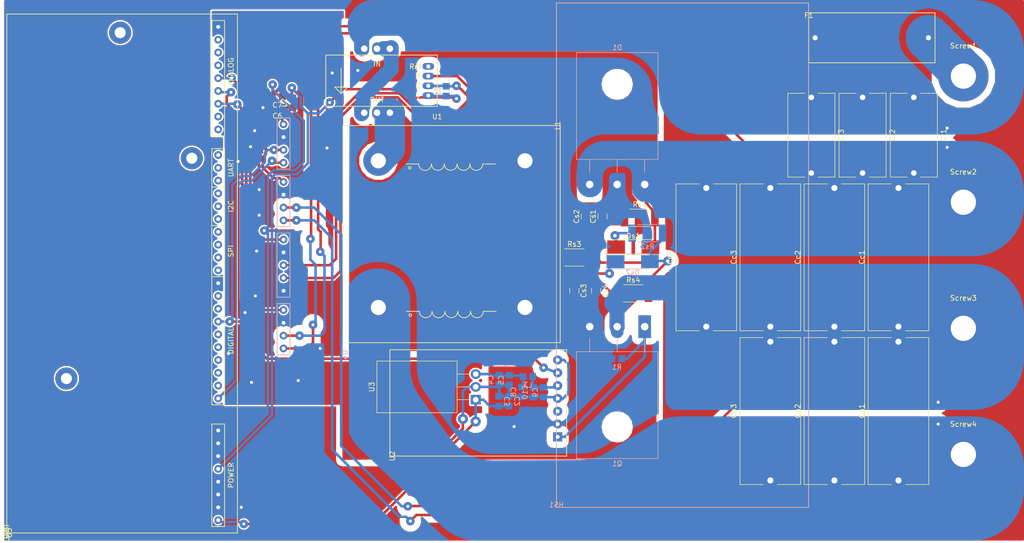
<source format=kicad_pcb>
(kicad_pcb (version 20171130) (host pcbnew "(5.0.0-rc2-dev-586-g888c43477)")
  (layers (0 F.Cu signal) (31 B.Cu signal) (34 B.Paste user) (35 F.Paste user) (36 B.SilkS user) (37 F.SilkS user) (38 B.Mask user) (39 F.Mask user) (44 Edge.Cuts user))
  (net 0 "")
  (net 1 "Net-(U1-Pad3)")
  (net 2 "Net-(U1-Pad10)")
  (net 3 +5V)
  (net 4 +12V)
  (net 5 "Net-(U5-Pad10)")
  (net 6 "Net-(U5-Pad11)")
  (net 7 "Net-(U5-Pad12)")
  (net 8 "Net-(U5-Pad13)")
  (net 9 "Net-(U5-Pad14)")
  (net 10 "Net-(U5-Pad16)")
  (net 11 "Net-(U5-Pad17)")
  (net 12 "Net-(U5-Pad19)")
  (net 13 "Net-(U5-Pad20)")
  (net 14 "Net-(U5-Pad21)")
  (net 15 "Net-(U5-Pad22)")
  (net 16 "Net-(U5-Pad23)")
  (net 17 "Net-(U5-Pad24)")
  (net 18 "Net-(U5-Pad25)")
  (net 19 "Net-(U5-Pad26)")
  (net 20 "Net-(U5-Pad27)")
  (net 21 "Net-(U5-Pad28)")
  (net 22 "Net-(U5-Pad29)")
  (net 23 "Net-(U5-Pad30)")
  (net 24 "Net-(U5-Pad34)")
  (net 25 "Net-(U5-Pad35)")
  (net 26 "Net-(U5-Pad36)")
  (net 27 GNDA)
  (net 28 +5VA)
  (net 29 "Net-(U2-Pad3)")
  (net 30 "Net-(Cs1-Pad1)")
  (net 31 "Net-(Cs2-Pad1)")
  (net 32 "Net-(Cs3-Pad1)")
  (net 33 "Net-(Cs4-Pad1)")
  (net 34 "Net-(C10-Pad1)")
  (net 35 "Net-(L1-Pad1)")
  (net 36 /-P_unfused)
  (net 37 /+Vp)
  (net 38 /-B)
  (net 39 /Source)
  (net 40 /Gate)
  (net 41 GND)
  (net 42 /+18V_OUT)
  (net 43 /Vbat_adc+)
  (net 44 /Vpanel_adc+)
  (net 45 /Ipanel_adc+)
  (net 46 /PWM)
  (net 47 /BatOVInterrupt)
  (net 48 /+B)
  (net 49 /Ipanel+)
  (net 50 /-Vp)
  (module MCCplaca:hs10425 (layer B.Cu) (at 194.31 110.49)
    (fp_text reference HS1 (at 0 -0.5) (layer B.SilkS) (effects (justify mirror)))
    (fp_text value Heatsink)
  )
  (module MCCplaca:TO-247-3_Horizontal_TabUp (layer B.Cu) (at 211.814 74.676 180)
    (fp_text reference Q1 (at 5.45 -27.15 180) (layer B.SilkS) (effects (justify mirror)))
    (fp_text value IRFP4321PbF)
    (pad "" np_thru_hole oval (at 5.45 -19.86 180) (size 3.6 3.6) (drill 3.6) (layers *.Cu *.Mask))
    (pad 1 thru_hole rect (at 0 0 180) (size 2.5 4.5) (drill 1.5) (layers *.Cu *.Mask) (net 40 /Gate))
    (pad 2 thru_hole oval (at 5.45 0 180) (size 2.5 4.5) (drill 1.5) (layers *.Cu *.Mask) (net 38 /-B))
    (pad 3 thru_hole oval (at 10.9 0 180) (size 2.5 4.5) (drill 1.5) (layers *.Cu *.Mask) (net 39 /Source))
  )
  (module MCCplaca:TO-247-3_Horizontal_TabUp (layer B.Cu) (at 200.914 46.482)
    (fp_text reference D1 (at 5.45 -27.15) (layer B.SilkS) (effects (justify mirror)))
    (fp_text value 80CPQ150PbF)
    (pad 3 thru_hole oval (at 10.9 0) (size 2.5 4.5) (drill 1.5) (layers *.Cu *.Mask) (net 37 /+Vp))
    (pad 2 thru_hole oval (at 5.45 0) (size 2.5 4.5) (drill 1.5) (layers *.Cu *.Mask) (net 39 /Source))
    (pad 1 thru_hole rect (at 0 0) (size 2.5 4.5) (drill 1.5) (layers *.Cu *.Mask) (net 37 /+Vp))
    (pad "" np_thru_hole oval (at 5.45 -19.86) (size 3.6 3.6) (drill 3.6) (layers *.Cu *.Mask))
  )
  (module "MCCplaca:Driver_(INEP)" (layer F.Cu) (at 161.29 100.33 90)
    (fp_text reference U2 (at 0 0.5 90) (layer F.SilkS))
    (fp_text value "DRIVER_(INEP)")
    (pad 2 thru_hole circle (at 6.35 33.274 270) (size 1.8 1.8) (drill 0.762) (layers *.Cu *.Mask) (net 39 /Source))
    (pad 1 thru_hole rect (at 3.81 33.274 270) (size 1.8 1.8) (drill 0.762) (layers *.Cu *.Mask) (net 40 /Gate))
    (pad 7 thru_hole circle (at 19.05 33.274 270) (size 1.8 1.8) (drill 0.762) (layers *.Cu *.Mask) (net 41 GND))
    (pad 3 thru_hole circle (at 8.89 33.274 270) (size 1.8 1.8) (drill 0.762) (layers *.Cu *.Mask) (net 29 "Net-(U2-Pad3)"))
    (pad 4 thru_hole circle (at 11.43 33.274 270) (size 1.8 1.8) (drill 0.762) (layers *.Cu *.Mask) (net 41 GND))
    (pad 6 thru_hole circle (at 16.51 33.274 270) (size 1.8 1.8) (drill 0.762) (layers *.Cu *.Mask) (net 46 /PWM))
    (pad 5 thru_hole circle (at 13.97 33.274 270) (size 1.8 1.8) (drill 0.762) (layers *.Cu *.Mask) (net 34 "Net-(C10-Pad1)"))
  )
  (module MCCplaca:LTSP_25-NP (layer F.Cu) (at 170.688 30.988 180)
    (fp_text reference U1 (at 0 -2.04 180) (layer F.SilkS))
    (fp_text value LTSP_25-NP)
    (fp_text user OUT (at 11.938 1.27 180) (layer F.SilkS))
    (fp_text user IN (at 11.938 8.382 180) (layer F.SilkS))
    (fp_text user Ref (at 4.318 7.874 180) (layer F.SilkS))
    (fp_text user M (at 3.81 6.096 180) (layer F.SilkS))
    (fp_text user O (at 3.81 4.064 180) (layer F.SilkS))
    (fp_text user + (at 3.81 2.032 180) (layer F.SilkS))
    (pad 5 thru_hole oval (at 11.938 11.43 180) (size 1.9 2.54) (drill 1.3) (layers *.Cu *.Mask) (net 1 "Net-(U1-Pad3)"))
    (pad 4 thru_hole oval (at 14.478 11.43 180) (size 1.9 2.54) (drill 1.3) (layers *.Cu *.Mask) (net 50 /-Vp))
    (pad 6 thru_hole oval (at 9.398 11.43 180) (size 1.9 2.54) (drill 1.3) (layers *.Cu *.Mask) (net 1 "Net-(U1-Pad3)"))
    (pad 7 thru_hole oval (at 1.778 2.1336) (size 2.3 1.3) (drill 0.8) (layers *.Cu *.Mask) (net 3 +5V))
    (pad 8 thru_hole oval (at 1.778 4.064) (size 2.3 1.3) (drill 0.8) (layers *.Cu *.Mask) (net 41 GND))
    (pad 9 thru_hole oval (at 1.778 5.9944) (size 2.3 1.3) (drill 0.8) (layers *.Cu *.Mask) (net 49 /Ipanel+))
    (pad 10 thru_hole oval (at 1.778 7.9248) (size 2.3 1.3) (drill 0.8) (layers *.Cu *.Mask) (net 2 "Net-(U1-Pad10)"))
    (pad 1 thru_hole oval (at 9.398 -1.27 180) (size 1.9 2.54) (drill 1.3) (layers *.Cu *.Mask) (net 35 "Net-(L1-Pad1)"))
    (pad 3 thru_hole oval (at 14.478 -1.27 180) (size 1.9 2.54) (drill 1.3) (layers *.Cu *.Mask) (net 1 "Net-(U1-Pad3)"))
    (pad 2 thru_hole oval (at 11.938 -1.27 180) (size 1.9 2.54) (drill 1.3) (layers *.Cu *.Mask) (net 35 "Net-(L1-Pad1)"))
  )
  (module MCCplaca:NEE-42-20-DE (layer F.Cu) (at 195.072 34.798 270)
    (fp_text reference L1 (at 0 0.5 270) (layer F.SilkS))
    (fp_text value 50uH/50uH)
    (pad 3 thru_hole circle (at 36.068 36.068 90) (size 5 5) (drill 3) (layers *.Cu *.Mask) (net 48 /+B))
    (pad 1 thru_hole circle (at 6.985 36.068) (size 5 5) (drill 3) (layers *.Cu *.Mask) (net 35 "Net-(L1-Pad1)"))
    (pad 4 thru_hole circle (at 36.068 6.985 180) (size 5 5) (drill 3) (layers *.Cu *.Mask) (net 39 /Source))
    (pad 2 thru_hole circle (at 6.985 6.985 270) (size 5 5) (drill 3) (layers *.Cu *.Mask) (net 39 /Source))
  )
  (module MCCplaca:Signals (layer B.Cu) (at 152.908 80.264 90)
    (fp_text reference U4 (at 0 -0.5 90) (layer B.SilkS) (effects (justify mirror)))
    (fp_text value Signals_MCC)
    (pad 16 thru_hole circle (at 43.18 -12.7 90) (size 1.524 1.524) (drill 0.762) (layers *.Cu *.Mask) (net 27 GNDA))
    (pad 15 thru_hole circle (at 40.64 -12.7 90) (size 1.524 1.524) (drill 0.762) (layers *.Cu *.Mask) (net 46 /PWM))
    (pad 14 thru_hole circle (at 38.1 -12.7 90) (size 1.524 1.524) (drill 0.762) (layers *.Cu *.Mask) (net 47 /BatOVInterrupt))
    (pad 13 thru_hole circle (at 34.29 -12.7 90) (size 1.524 1.524) (drill 0.762) (layers *.Cu *.Mask) (net 43 /Vbat_adc+))
    (pad 12 thru_hole circle (at 31.75 -12.7 90) (size 1.524 1.524) (drill 0.762) (layers *.Cu *.Mask) (net 27 GNDA))
    (pad 11 thru_hole circle (at 29.21 -12.7 90) (size 1.524 1.524) (drill 0.762) (layers *.Cu *.Mask) (net 38 /-B))
    (pad 10 thru_hole circle (at 26.67 -12.7 90) (size 1.524 1.524) (drill 0.762) (layers *.Cu *.Mask) (net 48 /+B))
    (pad 9 thru_hole circle (at 22.86 -12.7 90) (size 1.524 1.524) (drill 0.762) (layers *.Cu *.Mask) (net 45 /Ipanel_adc+))
    (pad 8 thru_hole circle (at 20.32 -12.7 90) (size 1.524 1.524) (drill 0.762) (layers *.Cu *.Mask) (net 27 GNDA))
    (pad 7 thru_hole circle (at 17.78 -12.7 90) (size 1.524 1.524) (drill 0.762) (layers *.Cu *.Mask) (net 41 GND))
    (pad 6 thru_hole circle (at 15.24 -12.7 90) (size 1.524 1.524) (drill 0.762) (layers *.Cu *.Mask) (net 49 /Ipanel+))
    (pad 5 thru_hole circle (at 12.7 -12.7 90) (size 1.524 1.524) (drill 0.762) (layers *.Cu *.Mask) (net 27 GNDA))
    (pad 4 thru_hole circle (at 8.89 -12.7 90) (size 1.524 1.524) (drill 0.762) (layers *.Cu *.Mask) (net 44 /Vpanel_adc+))
    (pad 3 thru_hole circle (at 6.35 -12.7 90) (size 1.524 1.524) (drill 0.762) (layers *.Cu *.Mask) (net 27 GNDA))
    (pad 2 thru_hole circle (at 3.81 -12.7 90) (size 1.524 1.524) (drill 0.762) (layers *.Cu *.Mask) (net 37 /+Vp))
    (pad 1 thru_hole circle (at 1.27 -12.7 90) (size 1.524 1.524) (drill 0.762) (layers *.Cu *.Mask) (net 50 /-Vp))
    (pad 17 thru_hole circle (at 45.72 -12.7 90) (size 1.524 1.524) (drill 0.762) (layers *.Cu *.Mask) (net 28 +5VA))
  )
  (module MCCplaca:ZCS18 (layer F.Cu) (at 85.344 115.57 90)
    (fp_text reference U5 (at 0 0.5 90) (layer F.SilkS))
    (fp_text value ZCS)
    (fp_text user ANALOG (at 91.44 44.45 90) (layer F.SilkS))
    (fp_text user UART (at 72.39 44.45 90) (layer F.SilkS))
    (fp_text user UART (at 0 0 90) (layer F.SilkS))
    (fp_text user I2C (at 64.77 44.45 90) (layer F.SilkS))
    (fp_text user SPI (at 55.88 44.45 90) (layer F.SilkS))
    (fp_text user SPI (at 0 0 90) (layer F.SilkS))
    (fp_text user DIGITAL (at 38.1 44.45 90) (layer F.SilkS))
    (fp_text user POWER (at 11.43 44.45 90) (layer F.SilkS))
    (pad 40 thru_hole circle (at 30.608 11.811 90) (size 4.4 4.4) (drill 2.2) (layers *.Cu *.Mask))
    (pad 39 thru_hole circle (at 99.187 22.479 90) (size 4.4 4.4) (drill 2.2) (layers *.Cu *.Mask))
    (pad 38 thru_hole circle (at 74.295 36.679274 90) (size 4.4 4.4) (drill 2.2) (layers *.Cu *.Mask))
    (pad 37 thru_hole circle (at 100.33 41.91 90) (size 1.524 1.524) (drill 0.762) (layers *.Cu *.Mask) (net 27 GNDA))
    (pad 36 thru_hole circle (at 97.79 41.91 90) (size 1.524 1.524) (drill 0.762) (layers *.Cu *.Mask) (net 26 "Net-(U5-Pad36)"))
    (pad 35 thru_hole circle (at 95.25 41.91 90) (size 1.524 1.524) (drill 0.762) (layers *.Cu *.Mask) (net 25 "Net-(U5-Pad35)"))
    (pad 34 thru_hole circle (at 92.71 41.91 90) (size 1.524 1.524) (drill 0.762) (layers *.Cu *.Mask) (net 24 "Net-(U5-Pad34)"))
    (pad 33 thru_hole circle (at 90.17 41.91 90) (size 1.524 1.524) (drill 0.762) (layers *.Cu *.Mask) (net 43 /Vbat_adc+))
    (pad 32 thru_hole circle (at 87.63 41.91 90) (size 1.524 1.524) (drill 0.762) (layers *.Cu *.Mask) (net 44 /Vpanel_adc+))
    (pad 31 thru_hole circle (at 85.09 41.91 90) (size 1.524 1.524) (drill 0.762) (layers *.Cu *.Mask) (net 45 /Ipanel_adc+))
    (pad 30 thru_hole circle (at 82.55 41.91 90) (size 1.524 1.524) (drill 0.762) (layers *.Cu *.Mask) (net 23 "Net-(U5-Pad30)"))
    (pad 29 thru_hole circle (at 80.01 41.91 90) (size 1.524 1.524) (drill 0.762) (layers *.Cu *.Mask) (net 22 "Net-(U5-Pad29)"))
    (pad 28 thru_hole circle (at 74.93 41.91 90) (size 1.524 1.524) (drill 0.762) (layers *.Cu *.Mask) (net 21 "Net-(U5-Pad28)"))
    (pad 27 thru_hole circle (at 72.39 41.91 90) (size 1.524 1.524) (drill 0.762) (layers *.Cu *.Mask) (net 20 "Net-(U5-Pad27)"))
    (pad 26 thru_hole circle (at 69.85 41.91 90) (size 1.524 1.524) (drill 0.762) (layers *.Cu *.Mask) (net 19 "Net-(U5-Pad26)"))
    (pad 25 thru_hole circle (at 67.31 41.91 90) (size 1.524 1.524) (drill 0.762) (layers *.Cu *.Mask) (net 18 "Net-(U5-Pad25)"))
    (pad 24 thru_hole circle (at 64.77 41.91 90) (size 1.524 1.524) (drill 0.762) (layers *.Cu *.Mask) (net 17 "Net-(U5-Pad24)"))
    (pad 23 thru_hole circle (at 62.23 41.91 90) (size 1.524 1.524) (drill 0.762) (layers *.Cu *.Mask) (net 16 "Net-(U5-Pad23)"))
    (pad 22 thru_hole circle (at 59.69 41.91 90) (size 1.524 1.524) (drill 0.762) (layers *.Cu *.Mask) (net 15 "Net-(U5-Pad22)"))
    (pad 21 thru_hole circle (at 57.15 41.91 90) (size 1.524 1.524) (drill 0.762) (layers *.Cu *.Mask) (net 14 "Net-(U5-Pad21)"))
    (pad 20 thru_hole circle (at 54.61 41.91 90) (size 1.524 1.524) (drill 0.762) (layers *.Cu *.Mask) (net 13 "Net-(U5-Pad20)"))
    (pad 19 thru_hole circle (at 52.07 41.91 90) (size 1.524 1.524) (drill 0.762) (layers *.Cu *.Mask) (net 12 "Net-(U5-Pad19)"))
    (pad 18 thru_hole circle (at 49.53 41.91 90) (size 1.524 1.524) (drill 0.762) (layers *.Cu *.Mask) (net 41 GND))
    (pad 17 thru_hole circle (at 46.99 41.91 90) (size 1.524 1.524) (drill 0.762) (layers *.Cu *.Mask) (net 11 "Net-(U5-Pad17)"))
    (pad 16 thru_hole circle (at 44.45 41.91 90) (size 1.524 1.524) (drill 0.762) (layers *.Cu *.Mask) (net 10 "Net-(U5-Pad16)"))
    (pad 15 thru_hole circle (at 41.91 41.91 90) (size 1.524 1.524) (drill 0.762) (layers *.Cu *.Mask) (net 46 /PWM))
    (pad 14 thru_hole circle (at 39.37 41.91 90) (size 1.524 1.524) (drill 0.762) (layers *.Cu *.Mask) (net 9 "Net-(U5-Pad14)"))
    (pad 13 thru_hole circle (at 36.83 41.91 90) (size 1.524 1.524) (drill 0.762) (layers *.Cu *.Mask) (net 8 "Net-(U5-Pad13)"))
    (pad 12 thru_hole circle (at 34.29 41.91 90) (size 1.524 1.524) (drill 0.762) (layers *.Cu *.Mask) (net 7 "Net-(U5-Pad12)"))
    (pad 11 thru_hole circle (at 31.75 41.91 90) (size 1.524 1.524) (drill 0.762) (layers *.Cu *.Mask) (net 6 "Net-(U5-Pad11)"))
    (pad 10 thru_hole circle (at 29.21 41.91 90) (size 1.524 1.524) (drill 0.762) (layers *.Cu *.Mask) (net 5 "Net-(U5-Pad10)"))
    (pad 9 thru_hole circle (at 26.67 41.91 90) (size 1.524 1.524) (drill 0.762) (layers *.Cu *.Mask) (net 47 /BatOVInterrupt))
    (pad 8 thru_hole circle (at 20.32 41.91 90) (size 1.524 1.524) (drill 0.762) (layers *.Cu *.Mask) (net 41 GND))
    (pad 7 thru_hole circle (at 17.78 41.91 90) (size 1.524 1.524) (drill 0.762) (layers *.Cu *.Mask) (net 41 GND))
    (pad 6 thru_hole circle (at 15.24 41.91 90) (size 1.524 1.524) (drill 0.762) (layers *.Cu *.Mask) (net 41 GND))
    (pad 5 thru_hole circle (at 12.7 41.91 90) (size 1.524 1.524) (drill 0.762) (layers *.Cu *.Mask) (net 3 +5V))
    (pad 4 thru_hole circle (at 10.16 41.91 90) (size 1.524 1.524) (drill 0.762) (layers *.Cu *.Mask) (net 41 GND))
    (pad 3 thru_hole circle (at 7.62 41.91 90) (size 1.524 1.524) (drill 0.762) (layers *.Cu *.Mask) (net 41 GND))
    (pad 2 thru_hole circle (at 5.08 41.91 90) (size 1.524 1.524) (drill 0.762) (layers *.Cu *.Mask) (net 41 GND))
    (pad 1 thru_hole circle (at 2.54 41.91 90) (size 1.524 1.524) (drill 0.762) (layers *.Cu *.Mask) (net 42 /+18V_OUT))
  )
  (module Capacitor_SMD:C_1206_3216Metric_Pad1.39x1.80mm_HandSolder (layer F.Cu) (at 202.184 67.564 270)
    (fp_text reference Cs4 (at 0 -1.85 270) (layer F.SilkS))
    (fp_text value ??)
    (pad 2 smd rect (at 1.5175 0 270) (size 1.395 1.8) (layers F.Cu F.Paste F.Mask) (net 39 /Source))
    (pad 1 smd rect (at -1.5175 0 270) (size 1.395 1.8) (layers F.Cu F.Paste F.Mask) (net 33 "Net-(Cs4-Pad1)"))
  )
  (module Capacitor_SMD:C_1206_3216Metric_Pad1.39x1.80mm_HandSolder (layer F.Cu) (at 197.866 67.5575 270)
    (fp_text reference Cs3 (at 0 -1.85 270) (layer F.SilkS))
    (fp_text value ??)
    (pad 1 smd rect (at -1.5175 0 270) (size 1.395 1.8) (layers F.Cu F.Paste F.Mask) (net 32 "Net-(Cs3-Pad1)"))
    (pad 2 smd rect (at 1.5175 0 270) (size 1.395 1.8) (layers F.Cu F.Paste F.Mask) (net 39 /Source))
  )
  (module Capacitor_SMD:C_1206_3216Metric_Pad1.39x1.80mm_HandSolder (layer F.Cu) (at 200.152 52.832 90)
    (fp_text reference Cs2 (at 0 -1.85 90) (layer F.SilkS))
    (fp_text value ??)
    (pad 2 smd rect (at 1.5175 0 90) (size 1.395 1.8) (layers F.Cu F.Paste F.Mask) (net 39 /Source))
    (pad 1 smd rect (at -1.5175 0 90) (size 1.395 1.8) (layers F.Cu F.Paste F.Mask) (net 31 "Net-(Cs2-Pad1)"))
  )
  (module Capacitor_SMD:C_1206_3216Metric_Pad1.39x1.80mm_HandSolder (layer F.Cu) (at 203.454 52.832 90)
    (fp_text reference Cs1 (at 0 -1.85 90) (layer F.SilkS))
    (fp_text value ??)
    (pad 1 smd rect (at -1.5175 0 90) (size 1.395 1.8) (layers F.Cu F.Paste F.Mask) (net 30 "Net-(Cs1-Pad1)"))
    (pad 2 smd rect (at 1.5175 0 90) (size 1.395 1.8) (layers F.Cu F.Paste F.Mask) (net 39 /Source))
  )
  (module MCC:C_0805_2012Metric_Pad1.29x1.40mm_HandSolder (layer B.Cu) (at 182.95874 85.23732 270)
    (fp_text reference C4 (at 0 1.65 270) (layer B.SilkS) (effects (justify mirror)))
    (fp_text value 100nF)
    (pad 1 smd rect (at -0.9675 0 270) (size 1.295 1.4) (layers B.Cu B.Paste B.Mask) (net 4 +12V))
    (pad 2 smd rect (at 0.9675 0 270) (size 1.295 1.4) (layers B.Cu B.Paste B.Mask) (net 41 GND))
  )
  (module Package_TO_SOT_THT:TO-220-3_Horizontal_TabDown (layer F.Cu) (at 178.308 89.154 90)
    (fp_text reference U3 (at 2.54 -20.58 90) (layer F.SilkS))
    (fp_text value LM7812_TO220)
    (pad 3 thru_hole oval (at 5.08 0 90) (size 1.905 2) (drill 1.1) (layers *.Cu *.Mask) (net 4 +12V))
    (pad 2 thru_hole oval (at 2.54 0 90) (size 1.905 2) (drill 1.1) (layers *.Cu *.Mask) (net 41 GND))
    (pad 1 thru_hole rect (at 0 0 90) (size 1.905 2) (drill 1.1) (layers *.Cu *.Mask) (net 42 /+18V_OUT))
    (pad "" smd oval (at 2.54 -16.66 90) (size 3.5 3.5) (layers F.Cu F.Paste F.Mask))
  )
  (module Capacitor_THT:C_Rect_L16.5mm_W9.2mm_P15.00mm_MKT (layer F.Cu) (at 255.016 29.21 270)
    (fp_text reference Ci2 (at 7.5 -5.91 270) (layer F.SilkS))
    (fp_text value 4.7uF)
    (pad 2 thru_hole circle (at 15 0 270) (size 2.2 2.2) (drill 1.1) (layers *.Cu *.Mask) (net 37 /+Vp))
    (pad 1 thru_hole circle (at 0 0 270) (size 2.2 2.2) (drill 1.1) (layers *.Cu *.Mask) (net 50 /-Vp))
  )
  (module Capacitor_THT:C_Rect_L16.5mm_W9.2mm_P15.00mm_MKT (layer F.Cu) (at 265.176 29.21 270)
    (fp_text reference Ci1 (at 7.5 -5.91 270) (layer F.SilkS))
    (fp_text value 4.7uF)
    (pad 2 thru_hole circle (at 15 0 270) (size 2.2 2.2) (drill 1.1) (layers *.Cu *.Mask) (net 37 /+Vp))
    (pad 1 thru_hole circle (at 0 0 270) (size 2.2 2.2) (drill 1.1) (layers *.Cu *.Mask) (net 50 /-Vp))
  )
  (module Capacitor_THT:C_Rect_L16.5mm_W9.2mm_P15.00mm_MKT (layer F.Cu) (at 244.856 29.21 270)
    (fp_text reference Ci3 (at 7.5 -5.91 270) (layer F.SilkS))
    (fp_text value 4.7uF)
    (pad 2 thru_hole circle (at 15 0 270) (size 2.2 2.2) (drill 1.1) (layers *.Cu *.Mask) (net 37 /+Vp))
    (pad 1 thru_hole circle (at 0 0 270) (size 2.2 2.2) (drill 1.1) (layers *.Cu *.Mask) (net 50 /-Vp))
  )
  (module Diode_SMD:D_MELF_Handsoldering (layer B.Cu) (at 209.452 61.722)
    (fp_text reference Ds2 (at 0 2.25) (layer B.SilkS) (effects (justify mirror)))
    (fp_text value BYD77)
    (pad 2 smd rect (at 3.4 0) (size 3.5 2.7) (layers B.Cu B.Paste B.Mask) (net 38 /-B))
    (pad 1 smd rect (at -3.4 0) (size 3.5 2.7) (layers B.Cu B.Paste B.Mask) (net 32 "Net-(Cs3-Pad1)"))
  )
  (module Diode_SMD:D_MELF_Handsoldering (layer F.Cu) (at 209.55 58.928)
    (fp_text reference Ds1 (at 0 -2.25) (layer F.SilkS))
    (fp_text value BYD77)
    (pad 2 smd rect (at 3.4 0) (size 3.5 2.7) (layers F.Cu F.Paste F.Mask) (net 37 /+Vp))
    (pad 1 smd rect (at -3.4 0) (size 3.5 2.7) (layers F.Cu F.Paste F.Mask) (net 31 "Net-(Cs2-Pad1)"))
  )
  (module Inductor_SMD:L_0805_2012Metric_Pad1.29x1.40mm_HandSolder (layer B.Cu) (at 188.6735 84.582)
    (fp_text reference L3 (at 0 1.65) (layer B.SilkS) (effects (justify mirror)))
    (fp_text value L_Small)
    (pad 2 smd rect (at 0.9675 0) (size 1.295 1.4) (layers B.Cu B.Paste B.Mask) (net 34 "Net-(C10-Pad1)"))
    (pad 1 smd rect (at -0.9675 0) (size 1.295 1.4) (layers B.Cu B.Paste B.Mask) (net 4 +12V))
  )
  (module Inductor_SMD:L_0805_2012Metric_Pad1.29x1.40mm_HandSolder (layer F.Cu) (at 141.986 30.3045 90)
    (fp_text reference L2 (at 0 -1.65 90) (layer F.SilkS))
    (fp_text value L_Small)
    (pad 2 smd rect (at 0.9675 0 90) (size 1.295 1.4) (layers F.Cu F.Paste F.Mask) (net 3 +5V))
    (pad 1 smd rect (at -0.9675 0 90) (size 1.295 1.4) (layers F.Cu F.Paste F.Mask) (net 28 +5VA))
  )
  (module Resistor_SMD:R_2512_6332Metric_Pad1.49x3.40mm_HandSolder (layer F.Cu) (at 209.55 68.072)
    (fp_text reference Rs4 (at 0 -2.65) (layer F.SilkS))
    (fp_text value ??)
    (pad 2 smd rect (at 3.0175 0) (size 1.495 3.4) (layers F.Cu F.Paste F.Mask) (net 38 /-B))
    (pad 1 smd rect (at -3.0175 0) (size 1.495 3.4) (layers F.Cu F.Paste F.Mask) (net 33 "Net-(Cs4-Pad1)"))
  )
  (module Resistor_SMD:R_2512_6332Metric_Pad1.49x3.40mm_HandSolder (layer F.Cu) (at 197.866 60.96)
    (fp_text reference Rs3 (at 0 -2.65) (layer F.SilkS))
    (fp_text value ??)
    (pad 2 smd rect (at 3.0175 0) (size 1.495 3.4) (layers F.Cu F.Paste F.Mask) (net 37 /+Vp))
    (pad 1 smd rect (at -3.0175 0) (size 1.495 3.4) (layers F.Cu F.Paste F.Mask) (net 32 "Net-(Cs3-Pad1)"))
  )
  (module Resistor_SMD:R_2512_6332Metric_Pad1.49x3.40mm_HandSolder (layer B.Cu) (at 212.344 56.134)
    (fp_text reference Rs2 (at 0 2.65) (layer B.SilkS) (effects (justify mirror)))
    (fp_text value ??)
    (pad 2 smd rect (at 3.0175 0) (size 1.495 3.4) (layers B.Cu B.Paste B.Mask) (net 38 /-B))
    (pad 1 smd rect (at -3.0175 0) (size 1.495 3.4) (layers B.Cu B.Paste B.Mask) (net 31 "Net-(Cs2-Pad1)"))
  )
  (module Resistor_SMD:R_2512_6332Metric_Pad1.49x3.40mm_HandSolder (layer F.Cu) (at 210.82 53.086)
    (fp_text reference Rs1 (at 0 -2.65) (layer F.SilkS))
    (fp_text value ??)
    (pad 2 smd rect (at 3.0175 0) (size 1.495 3.4) (layers F.Cu F.Paste F.Mask) (net 37 /+Vp))
    (pad 1 smd rect (at -3.0175 0) (size 1.495 3.4) (layers F.Cu F.Paste F.Mask) (net 30 "Net-(Cs1-Pad1)"))
  )
  (module MCC:C_0805_2012Metric_Pad1.29x1.40mm_HandSolder (layer B.Cu) (at 184.99836 85.26272 270)
    (fp_text reference C5 (at 0 1.65 270) (layer B.SilkS) (effects (justify mirror)))
    (fp_text value 10uF)
    (pad 2 smd rect (at 0.9675 0 270) (size 1.295 1.4) (layers B.Cu B.Paste B.Mask) (net 41 GND))
    (pad 1 smd rect (at -0.9675 0 270) (size 1.295 1.4) (layers B.Cu B.Paste B.Mask) (net 4 +12V))
  )
  (module MCC:C_0805_2012Metric_Pad1.29x1.40mm_HandSolder (layer B.Cu) (at 184.912 89.4565 90)
    (fp_text reference C2 (at 0 1.65 90) (layer B.SilkS) (effects (justify mirror)))
    (fp_text value 10uF)
    (pad 1 smd rect (at -0.9675 0 90) (size 1.295 1.4) (layers B.Cu B.Paste B.Mask) (net 42 /+18V_OUT))
    (pad 2 smd rect (at 0.9675 0 90) (size 1.295 1.4) (layers B.Cu B.Paste B.Mask) (net 41 GND))
  )
  (module MCC:C_0805_2012Metric_Pad1.29x1.40mm_HandSolder (layer B.Cu) (at 189.738 87.6785 270)
    (fp_text reference C10 (at 0 1.65 270) (layer B.SilkS) (effects (justify mirror)))
    (fp_text value 10uF)
    (pad 2 smd rect (at 0.9675 0 270) (size 1.295 1.4) (layers B.Cu B.Paste B.Mask) (net 41 GND))
    (pad 1 smd rect (at -0.9675 0 270) (size 1.295 1.4) (layers B.Cu B.Paste B.Mask) (net 34 "Net-(C10-Pad1)"))
  )
  (module MCC:C_0805_2012Metric_Pad1.29x1.40mm_HandSolder (layer F.Cu) (at 138.9865 31.242 180)
    (fp_text reference C6 (at 0 -1.65 180) (layer F.SilkS))
    (fp_text value 100nF)
    (pad 1 smd rect (at -0.9675 0 180) (size 1.295 1.4) (layers F.Cu F.Paste F.Mask) (net 28 +5VA))
    (pad 2 smd rect (at 0.9675 0 180) (size 1.295 1.4) (layers F.Cu F.Paste F.Mask) (net 27 GNDA))
  )
  (module MCC:C_0805_2012Metric_Pad1.29x1.40mm_HandSolder (layer F.Cu) (at 138.9865 29.083 180)
    (fp_text reference C7 (at 0 -1.65 180) (layer F.SilkS))
    (fp_text value 100nF)
    (pad 2 smd rect (at 0.9675 0 180) (size 1.295 1.4) (layers F.Cu F.Paste F.Mask) (net 41 GND))
    (pad 1 smd rect (at -0.9675 0 180) (size 1.295 1.4) (layers F.Cu F.Paste F.Mask) (net 3 +5V))
  )
  (module MCC:C_0805_2012Metric_Pad1.29x1.40mm_HandSolder (layer B.Cu) (at 187.452 87.63 270)
    (fp_text reference C8 (at 0 1.65 270) (layer B.SilkS) (effects (justify mirror)))
    (fp_text value 100nF)
    (pad 1 smd rect (at -0.9675 0 270) (size 1.295 1.4) (layers B.Cu B.Paste B.Mask) (net 4 +12V))
    (pad 2 smd rect (at 0.9675 0 270) (size 1.295 1.4) (layers B.Cu B.Paste B.Mask) (net 41 GND))
  )
  (module MCC:C_0805_2012Metric_Pad1.29x1.40mm_HandSolder (layer B.Cu) (at 191.77 87.6785 270)
    (fp_text reference C9 (at 0 1.65 270) (layer B.SilkS) (effects (justify mirror)))
    (fp_text value 100nF)
    (pad 2 smd rect (at 0.9675 0 270) (size 1.295 1.4) (layers B.Cu B.Paste B.Mask) (net 41 GND))
    (pad 1 smd rect (at -0.9675 0 270) (size 1.295 1.4) (layers B.Cu B.Paste B.Mask) (net 34 "Net-(C10-Pad1)"))
  )
  (module MCC:C_0805_2012Metric_Pad1.29x1.40mm_HandSolder (layer B.Cu) (at 172.466 27.9885 270)
    (fp_text reference C1 (at 0 1.65 270) (layer B.SilkS) (effects (justify mirror)))
    (fp_text value 100nF)
    (pad 2 smd rect (at 0.9675 0 270) (size 1.295 1.4) (layers B.Cu B.Paste B.Mask) (net 3 +5V))
    (pad 1 smd rect (at -0.9675 0 270) (size 1.295 1.4) (layers B.Cu B.Paste B.Mask) (net 41 GND))
  )
  (module MCC:C_0805_2012Metric_Pad1.29x1.40mm_HandSolder (layer B.Cu) (at 182.88 89.4565 90)
    (fp_text reference C3 (at 0 1.65 90) (layer B.SilkS) (effects (justify mirror)))
    (fp_text value 100nF)
    (pad 2 smd rect (at 0.9675 0 90) (size 1.295 1.4) (layers B.Cu B.Paste B.Mask) (net 41 GND))
    (pad 1 smd rect (at -0.9675 0 90) (size 1.295 1.4) (layers B.Cu B.Paste B.Mask) (net 42 /+18V_OUT))
  )
  (module MCC:C_Rect_L29.0mm_W11.9mm_P27.50mm_MKT (layer F.Cu) (at 249.428 105.156 90)
    (fp_text reference Co2 (at 13.75 -7.26 90) (layer F.SilkS))
    (fp_text value 4.7uF)
    (pad 2 thru_hole circle (at 27.5 0 90) (size 2.4 2.4) (drill 1.2) (layers *.Cu *.Mask) (net 38 /-B))
    (pad 1 thru_hole circle (at 0 0 90) (size 2.4 2.4) (drill 1.2) (layers *.Cu *.Mask) (net 48 /+B))
  )
  (module MCC:C_Rect_L29.0mm_W11.9mm_P27.50mm_MKT (layer F.Cu) (at 262.128 74.676 90)
    (fp_text reference Cc1 (at 13.75 -7.26 90) (layer F.SilkS))
    (fp_text value 6.8uF)
    (pad 1 thru_hole circle (at 0 0 90) (size 2.4 2.4) (drill 1.2) (layers *.Cu *.Mask) (net 38 /-B))
    (pad 2 thru_hole circle (at 27.5 0 90) (size 2.4 2.4) (drill 1.2) (layers *.Cu *.Mask) (net 37 /+Vp))
  )
  (module MCC:C_Rect_L29.0mm_W11.9mm_P27.50mm_MKT (layer F.Cu) (at 249.428 74.676 90)
    (fp_text reference Cc2 (at 13.75 -7.26 90) (layer F.SilkS))
    (fp_text value 6.8uF)
    (pad 2 thru_hole circle (at 27.5 0 90) (size 2.4 2.4) (drill 1.2) (layers *.Cu *.Mask) (net 37 /+Vp))
    (pad 1 thru_hole circle (at 0 0 90) (size 2.4 2.4) (drill 1.2) (layers *.Cu *.Mask) (net 38 /-B))
  )
  (module MCC:C_Rect_L29.0mm_W11.9mm_P27.50mm_MKT (layer F.Cu) (at 236.728 74.676 90)
    (fp_text reference Cc3 (at 13.75 -7.26 90) (layer F.SilkS))
    (fp_text value 6.8uF)
    (pad 1 thru_hole circle (at 0 0 90) (size 2.4 2.4) (drill 1.2) (layers *.Cu *.Mask) (net 38 /-B))
    (pad 2 thru_hole circle (at 27.5 0 90) (size 2.4 2.4) (drill 1.2) (layers *.Cu *.Mask) (net 37 /+Vp))
  )
  (module MCC:C_Rect_L29.0mm_W11.9mm_P27.50mm_MKT (layer F.Cu) (at 262.128 105.156 90)
    (fp_text reference Co1 (at 13.75 -7.26 90) (layer F.SilkS))
    (fp_text value 4.7uF)
    (pad 2 thru_hole circle (at 27.5 0 90) (size 2.4 2.4) (drill 1.2) (layers *.Cu *.Mask) (net 38 /-B))
    (pad 1 thru_hole circle (at 0 0 90) (size 2.4 2.4) (drill 1.2) (layers *.Cu *.Mask) (net 48 /+B))
  )
  (module MCC:C_Rect_L29.0mm_W11.9mm_P27.50mm_MKT (layer F.Cu) (at 224.028 74.676 90)
    (fp_text reference Cc4 (at 13.75 -7.26 90) (layer F.SilkS))
    (fp_text value 6.8uF)
    (pad 1 thru_hole circle (at 0 0 90) (size 2.4 2.4) (drill 1.2) (layers *.Cu *.Mask) (net 38 /-B))
    (pad 2 thru_hole circle (at 27.5 0 90) (size 2.4 2.4) (drill 1.2) (layers *.Cu *.Mask) (net 37 /+Vp))
  )
  (module MCC:C_Rect_L29.0mm_W11.9mm_P27.50mm_MKT (layer F.Cu) (at 236.728 105.156 90)
    (fp_text reference Co3 (at 13.75 -7.26 90) (layer F.SilkS))
    (fp_text value 4.7uF)
    (pad 2 thru_hole circle (at 27.5 0 90) (size 2.4 2.4) (drill 1.2) (layers *.Cu *.Mask) (net 38 /-B))
    (pad 1 thru_hole circle (at 0 0 90) (size 2.4 2.4) (drill 1.2) (layers *.Cu *.Mask) (net 48 /+B))
  )
  (module MCC:MountingHole_5mm_Pad (layer F.Cu) (at 275 100)
    (fp_text reference Screw4 (at 0 -6) (layer F.SilkS))
    (fp_text value +B)
    (pad 1 thru_hole circle (at 0 0) (size 10 10) (drill 5) (layers *.Cu *.Mask) (net 48 /+B))
  )
  (module MCC:MountingHole_5mm_Pad (layer F.Cu) (at 275 75)
    (fp_text reference Screw3 (at 0 -6) (layer F.SilkS))
    (fp_text value -B)
    (pad 1 thru_hole circle (at 0 0) (size 10 10) (drill 5) (layers *.Cu *.Mask) (net 38 /-B))
  )
  (module MCC:MountingHole_5mm_Pad (layer F.Cu) (at 275 50)
    (fp_text reference Screw2 (at 0 -6) (layer F.SilkS))
    (fp_text value +P)
    (pad 1 thru_hole circle (at 0 0) (size 10 10) (drill 5) (layers *.Cu *.Mask) (net 37 /+Vp))
  )
  (module MCC:MountingHole_5mm_Pad (layer F.Cu) (at 275 25)
    (fp_text reference Screw1 (at 0 -6) (layer F.SilkS))
    (fp_text value -P)
    (pad 1 thru_hole circle (at 0 0) (size 10 10) (drill 5) (layers *.Cu *.Mask) (net 36 /-P_unfused))
  )
  (module MCC:Porta_Fusivel (layer F.Cu) (at 244.348 12.446)
    (fp_text reference F1 (at 0 0.5) (layer F.SilkS))
    (fp_text value Fuse)
    (pad 2 thru_hole circle (at 23.7236 4.953 180) (size 3 3) (drill 1) (layers *.Cu *.Mask) (net 36 /-P_unfused))
    (pad 1 thru_hole circle (at 1.27 4.953) (size 3 3) (drill 1) (layers *.Cu *.Mask) (net 50 /-Vp))
  )
  (module MCC:R_0805_2012Metric_Pad1.29x1.40mm_HandSolder (layer B.Cu) (at 206.2965 81.026)
    (fp_text reference R1 (at 0 1.65) (layer B.SilkS) (effects (justify mirror)))
    (fp_text value 10k)
    (pad 2 smd rect (at 0.9675 0) (size 1.295 1.4) (layers B.Cu B.Paste B.Mask) (net 40 /Gate))
    (pad 1 smd rect (at -0.9675 0) (size 1.295 1.4) (layers B.Cu B.Paste B.Mask) (net 39 /Source))
  )
  (segment (start 275 24.3274) (end 268.0716 17.399) (width 9) (layer B.Cu) (net 36))
  (segment (start 275 25) (end 275 24.3274) (width 9) (layer B.Cu) (net 36))
  (segment (start 200.914 43.053) (end 203.581 40.386) (width 5) (layer B.Cu) (net 37))
  (segment (start 203.581 40.386) (end 209.296 40.386) (width 5) (layer B.Cu) (net 37))
  (segment (start 211.814 42.904) (end 211.814 46.482) (width 5) (layer B.Cu) (net 37))
  (segment (start 209.296 40.386) (end 211.814 42.904) (width 5) (layer B.Cu) (net 37))
  (segment (start 200.914 46.482) (end 200.914 43.053) (width 3) (layer B.Cu) (net 37))
  (segment (start 212.8215 47.4895) (end 211.814 46.482) (width 0.508) (layer F.Cu) (net 37))
  (segment (start 208.6102 66.87312) (end 206.3242 69.92112) (width 5) (layer B.Cu) (net 38))
  (segment (start 224.2312 74.5871) (end 216.6112 66.9671) (width 5) (layer B.Cu) (net 38))
  (segment (start 216.57818 66.95948) (end 208.57718 66.95948) (width 5) (layer B.Cu) (net 38))
  (segment (start 191.897 74.676) (end 188.087 70.866) (width 5) (layer B.Cu) (net 39))
  (segment (start 199.8345 74.68616) (end 190.8175 74.68616) (width 5) (layer B.Cu) (net 39))
  (segment (start 195.34632 52.8066) (end 202.858495 52.8066) (width 5) (layer B.Cu) (net 39))
  (segment (start 188.087 45.318533) (end 195.600467 52.832) (width 5) (layer B.Cu) (net 39))
  (segment (start 188.087 41.783) (end 188.087 45.318533) (width 5) (layer B.Cu) (net 39))
  (segment (start 188.087 41.783) (end 188.087 70.866) (width 9) (layer B.Cu) (net 39))
  (segment (start 211.814 77.434) (end 211.814 74.676) (width 0.508) (layer B.Cu) (net 40))
  (segment (start 211.814 80.678) (end 211.814 77.434) (width 0.508) (layer B.Cu) (net 40))
  (segment (start 195.972 96.52) (end 211.814 80.678) (width 0.508) (layer B.Cu) (net 40))
  (segment (start 194.564 96.52) (end 195.972 96.52) (width 0.508) (layer B.Cu) (net 40))
  (segment (start 178.659 86.263) (end 178.308 86.614) (width 0.508) (layer B.Cu) (net 41))
  (segment (start 189.6895 88.5975) (end 189.738 88.646) (width 0.508) (layer B.Cu) (net 41))
  (segment (start 187.452 88.5975) (end 189.6895 88.5975) (width 0.508) (layer B.Cu) (net 41))
  (segment (start 189.738 88.646) (end 191.77 88.646) (width 0.508) (layer B.Cu) (net 41))
  (segment (start 194.31 88.646) (end 194.564 88.9) (width 0.508) (layer B.Cu) (net 41))
  (segment (start 191.77 88.646) (end 194.31 88.646) (width 0.508) (layer B.Cu) (net 41))
  (segment (start 196.73316 87.80018) (end 195.46062 89.07272) (width 0.508) (layer B.Cu) (net 41))
  (segment (start 196.73316 82.176368) (end 196.73316 87.80018) (width 0.508) (layer B.Cu) (net 41))
  (segment (start 194.564 81.28) (end 195.836792 81.28) (width 0.508) (layer B.Cu) (net 41))
  (segment (start 195.836792 81.28) (end 196.73316 82.176368) (width 0.508) (layer B.Cu) (net 41))
  (segment (start 182.54956 86.614) (end 182.95874 86.20482) (width 0.508) (layer B.Cu) (net 41))
  (segment (start 178.308 86.614) (end 182.54956 86.614) (width 0.508) (layer B.Cu) (net 41))
  (segment (start 182.98414 86.23022) (end 182.95874 86.20482) (width 0.508) (layer B.Cu) (net 41))
  (segment (start 184.99836 86.23022) (end 182.98414 86.23022) (width 0.508) (layer B.Cu) (net 41))
  (segment (start 182.95874 88.41026) (end 182.88 88.489) (width 0.508) (layer B.Cu) (net 41))
  (segment (start 182.95874 86.20482) (end 182.95874 88.41026) (width 0.508) (layer B.Cu) (net 41))
  (segment (start 182.88 88.489) (end 184.912 88.489) (width 0.508) (layer B.Cu) (net 41))
  (segment (start 184.912 86.31658) (end 184.99836 86.23022) (width 0.508) (layer B.Cu) (net 41))
  (segment (start 184.912 88.489) (end 184.912 86.31658) (width 0.508) (layer B.Cu) (net 41))
  (segment (start 187.3435 88.489) (end 187.452 88.5975) (width 0.508) (layer B.Cu) (net 41))
  (segment (start 184.912 88.489) (end 187.3435 88.489) (width 0.508) (layer B.Cu) (net 41))
  (segment (start 178.308 89.154) (end 178.308 92.964) (width 0.508) (layer B.Cu) (net 42))
  (segment (start 178.308 93.06814) (end 178.32324 93.08338) (width 0.508) (layer B.Cu) (net 42))
  (segment (start 178.308 93.06814) (end 178.308 93.06814) (width 0.508) (layer B.Cu) (net 42))
  (segment (start 181.672 90.424) (end 182.88 90.424) (width 0.508) (layer B.Cu) (net 42))
  (segment (start 181.086 90.424) (end 181.672 90.424) (width 0.508) (layer B.Cu) (net 42))
  (segment (start 179.816 89.154) (end 181.086 90.424) (width 0.508) (layer B.Cu) (net 42))
  (segment (start 178.308 89.154) (end 179.816 89.154) (width 0.508) (layer B.Cu) (net 42))
  (segment (start 182.88 90.424) (end 184.912 90.424) (width 0.508) (layer B.Cu) (net 42))
  (segment (start 267.284 100) (end 267.284 100) (width 12) (layer B.Cu) (net 48))
  (segment (start 275 100) (end 267.284 100) (width 12) (layer B.Cu) (net 48))
  (segment (start 262.128 105.156) (end 249.428 105.156) (width 12) (layer B.Cu) (net 48))
  (segment (start 236.728 105.156) (end 249.428 105.156) (width 12) (layer B.Cu) (net 48))
  (segment (start 245.618 28.448) (end 244.856 29.21) (width 9) (layer B.Cu) (net 50))
  (segment (start 245.618 17.399) (end 245.618 28.448) (width 9) (layer B.Cu) (net 50))
  (segment (start 244.856 29.21) (end 255.016 29.21) (width 9) (layer B.Cu) (net 50))
  (segment (start 245.618 17.399) (end 244.094 16.256) (width 5) (layer B.Cu) (net 50))
  (segment (start 181.102 84.074) (end 181.356 84.328) (width 0.508) (layer B.Cu) (net 4))
  (segment (start 178.308 84.074) (end 181.102 84.074) (width 0.508) (layer B.Cu) (net 4))
  (segment (start 183.5935 84.328) (end 183.642 84.3765) (width 0.508) (layer B.Cu) (net 4))
  (segment (start 181.356 84.328) (end 183.5935 84.328) (width 0.508) (layer B.Cu) (net 4))
  (segment (start 187.5005 84.3765) (end 187.706 84.582) (width 0.508) (layer B.Cu) (net 4))
  (segment (start 183.642 84.3765) (end 187.5005 84.3765) (width 0.508) (layer B.Cu) (net 4))
  (segment (start 187.706 86.4085) (end 187.452 86.6625) (width 0.508) (layer B.Cu) (net 4))
  (segment (start 187.706 84.582) (end 187.706 86.4085) (width 0.508) (layer B.Cu) (net 4))
  (segment (start 138.019 31.242) (end 137.922 31.242) (width 0.508) (layer F.Cu) (net 27))
  (segment (start 137.922 31.242) (end 137.414 31.75) (width 0.508) (layer F.Cu) (net 27))
  (segment (start 140.208 29.337) (end 139.954 29.083) (width 0.508) (layer F.Cu) (net 3))
  (segment (start 141.986 29.337) (end 140.208 29.337) (width 0.508) (layer F.Cu) (net 3))
  (segment (start 141.956 31.242) (end 141.986 31.272) (width 0.508) (layer F.Cu) (net 28))
  (segment (start 139.954 31.242) (end 141.956 31.242) (width 0.508) (layer F.Cu) (net 28))
  (segment (start 189.641 86.614) (end 189.738 86.711) (width 0.508) (layer B.Cu) (net 34))
  (segment (start 189.641 84.582) (end 189.641 86.614) (width 0.508) (layer B.Cu) (net 34))
  (segment (start 189.738 86.711) (end 191.77 86.711) (width 0.508) (layer B.Cu) (net 34))
  (segment (start 194.213 86.711) (end 194.564 86.36) (width 0.508) (layer B.Cu) (net 34))
  (segment (start 191.77 86.711) (end 194.213 86.711) (width 0.508) (layer B.Cu) (net 34))
  (segment (start 161.29 39.497) (end 161.29 32.258) (width 6) (layer B.Cu) (net 35))
  (segment (start 159.004 41.783) (end 161.29 39.497) (width 6) (layer B.Cu) (net 35))
  (segment (start 155.702 30.988) (end 155.702 32.449079) (width 3) (layer B.Cu) (net 1))
  (segment (start 155.99519 29.12281) (end 155.99519 30.796921) (width 3) (layer B.Cu) (net 1))
  (segment (start 161.29 23.828) (end 155.99519 29.12281) (width 3) (layer B.Cu) (net 1))
  (segment (start 161.544 19.352) (end 161.544 23.622) (width 3) (layer B.Cu) (net 1))
  (segment (start 161.29 19.558) (end 159.97201 19.558) (width 3) (layer B.Cu) (net 1))
  (segment (start 169.0116 28.956) (end 168.91 28.8544) (width 0.508) (layer B.Cu) (net 3))
  (segment (start 172.466 28.956) (end 169.0116 28.956) (width 0.508) (layer B.Cu) (net 3))
  (segment (start 172.466 28.956) (end 173.99 28.956) (width 0.508) (layer B.Cu) (net 3))
  (segment (start 173.99 28.956) (end 174.244 29.21) (width 0.508) (layer B.Cu) (net 3))
  (segment (start 173.99 28.956) (end 173.99 28.956) (width 0.508) (layer B.Cu) (net 3))
  (via (at 174.498 29.464) (size 1.7) (drill 0.6) (layers F.Cu B.Cu) (net 3))
  (segment (start 142.24 29.083) (end 141.986 29.337) (width 0.508) (layer F.Cu) (net 3))
  (segment (start 145.034 32.385) (end 143.637 30.988) (width 0.508) (layer B.Cu) (net 3))
  (segment (start 143.637 30.988) (end 143.637 29.21) (width 0.508) (layer B.Cu) (net 3))
  (via (at 141.859 27.305) (size 1.7) (drill 0.6) (layers F.Cu B.Cu) (net 3))
  (segment (start 143.637 29.21) (end 141.859 27.432) (width 0.508) (layer B.Cu) (net 3))
  (segment (start 141.859 27.432) (end 141.859 27.305) (width 0.508) (layer B.Cu) (net 3))
  (segment (start 141.859 29.21) (end 141.986 29.337) (width 0.508) (layer F.Cu) (net 3))
  (segment (start 141.859 27.305) (end 141.859 29.21) (width 0.508) (layer F.Cu) (net 3))
  (segment (start 145.034 42.291) (end 145.034 32.385) (width 0.508) (layer B.Cu) (net 3))
  (segment (start 142.875 44.45) (end 145.034 42.291) (width 0.508) (layer B.Cu) (net 3))
  (segment (start 138.557 44.45) (end 142.875 44.45) (width 0.508) (layer B.Cu) (net 3))
  (segment (start 137.921999 45.085001) (end 138.557 44.45) (width 0.508) (layer B.Cu) (net 3))
  (segment (start 127.254 102.87) (end 137.921999 92.202001) (width 0.508) (layer B.Cu) (net 3))
  (segment (start 137.921999 92.202001) (end 137.921999 45.085001) (width 0.508) (layer B.Cu) (net 3))
  (segment (start 148.502001 31.075999) (end 149.352 30.226) (width 0.508) (layer B.Cu) (net 3))
  (segment (start 174.244 29.21) (end 165.112972 29.21) (width 0.508) (layer F.Cu) (net 3))
  (segment (start 151.99362 27.58438) (end 150.201999 29.376001) (width 0.508) (layer F.Cu) (net 3))
  (segment (start 145.034 32.385) (end 147.193 32.385) (width 0.508) (layer B.Cu) (net 3))
  (segment (start 165.112972 29.21) (end 163.487352 27.58438) (width 0.508) (layer F.Cu) (net 3))
  (segment (start 150.201999 29.376001) (end 149.352 30.226) (width 0.508) (layer F.Cu) (net 3))
  (segment (start 163.487352 27.58438) (end 151.99362 27.58438) (width 0.508) (layer F.Cu) (net 3))
  (segment (start 147.193 32.385) (end 148.502001 31.075999) (width 0.508) (layer B.Cu) (net 3))
  (via (at 149.352 30.226) (size 1.7) (drill 0.6) (layers F.Cu B.Cu) (net 3))
  (segment (start 139.797 37.495) (end 140.208 37.084) (width 0.508) (layer F.Cu) (net 27))
  (segment (start 127.254 15.24) (end 134.366 15.24) (width 0.508) (layer B.Cu) (net 27))
  (segment (start 134.366 15.24) (end 136.144 17.018) (width 0.508) (layer B.Cu) (net 27))
  (segment (start 137.922 31.339) (end 138.019 31.242) (width 0.508) (layer F.Cu) (net 27))
  (segment (start 138.019 31.242) (end 138.019 36.419) (width 0.508) (layer F.Cu) (net 27))
  (segment (start 138.684 37.084) (end 140.208 37.084) (width 0.508) (layer F.Cu) (net 27))
  (segment (start 138.019 36.419) (end 138.684 37.084) (width 0.508) (layer F.Cu) (net 27))
  (segment (start 136.144 17.018) (end 136.144 28.194) (width 0.508) (layer B.Cu) (net 27))
  (via (at 136.144 31.242) (size 1.7) (drill 0.6) (layers F.Cu B.Cu) (net 27))
  (segment (start 136.144 28.194) (end 136.144 31.242) (width 0.508) (layer B.Cu) (net 27))
  (segment (start 136.144 31.242) (end 138.019 31.242) (width 0.508) (layer F.Cu) (net 27))
  (segment (start 135.89 30.988) (end 136.144 31.242) (width 0.508) (layer F.Cu) (net 27))
  (segment (start 140.208 59.944) (end 139.954 59.944) (width 0.508) (layer F.Cu) (net 27))
  (via (at 131.191 41.91) (size 1.7) (drill 0.6) (layers F.Cu B.Cu) (net 27))
  (segment (start 131.191 43.112081) (end 131.191 41.91) (width 0.508) (layer F.Cu) (net 27))
  (segment (start 131.191 41.91) (end 133.668379 39.432621) (width 0.508) (layer B.Cu) (net 27))
  (segment (start 133.668379 39.432621) (end 133.668379 38.989) (width 0.508) (layer B.Cu) (net 27))
  (via (at 133.668379 38.989) (size 1.7) (drill 0.6) (layers F.Cu B.Cu) (net 27))
  (segment (start 140.208 73.914) (end 135.382 73.914) (width 0.508) (layer F.Cu) (net 27))
  (segment (start 131.191 69.723) (end 131.191 64.516) (width 0.508) (layer F.Cu) (net 27))
  (segment (start 135.382 73.914) (end 133.604 72.136) (width 0.508) (layer F.Cu) (net 27))
  (segment (start 131.191 64.897) (end 131.191 64.516) (width 0.508) (layer F.Cu) (net 27))
  (segment (start 131.191 64.516) (end 131.191 43.112081) (width 0.508) (layer F.Cu) (net 27))
  (segment (start 133.668379 40.191081) (end 133.668379 39.878) (width 0.508) (layer F.Cu) (net 27))
  (segment (start 133.668379 39.878) (end 133.668379 38.989) (width 0.508) (layer F.Cu) (net 27))
  (segment (start 135.889999 37.217483) (end 135.636 36.963484) (width 0.508) (layer F.Cu) (net 27))
  (segment (start 135.89 37.217484) (end 135.636 36.963484) (width 0.508) (layer F.Cu) (net 27))
  (segment (start 140.208 48.514) (end 135.30581 43.61181) (width 0.508) (layer F.Cu) (net 27))
  (segment (start 135.30581 43.61181) (end 135.30581 40.722676) (width 0.508) (layer F.Cu) (net 27))
  (segment (start 135.30581 40.722676) (end 135.889999 40.138487) (width 0.508) (layer F.Cu) (net 27))
  (segment (start 135.889999 40.138487) (end 135.889999 37.217483) (width 0.508) (layer F.Cu) (net 27))
  (via (at 134.493 35.814) (size 1.7) (drill 0.6) (layers F.Cu B.Cu) (net 27))
  (segment (start 135.636 36.957) (end 135.342999 36.663999) (width 0.508) (layer F.Cu) (net 27))
  (segment (start 136.144 31.242) (end 134.493 32.893) (width 0.508) (layer B.Cu) (net 27))
  (segment (start 133.668379 38.989) (end 133.668379 36.638621) (width 0.508) (layer B.Cu) (net 27))
  (segment (start 133.668379 36.638621) (end 134.493 35.814) (width 0.508) (layer B.Cu) (net 27))
  (segment (start 135.342999 36.663999) (end 134.493 35.814) (width 0.508) (layer F.Cu) (net 27))
  (segment (start 135.636 36.963484) (end 135.636 36.957) (width 0.508) (layer F.Cu) (net 27))
  (segment (start 134.493 34.611919) (end 134.493 35.814) (width 0.508) (layer B.Cu) (net 27))
  (segment (start 134.493 32.893) (end 134.493 34.611919) (width 0.508) (layer B.Cu) (net 27))
  (segment (start 141.28563 73.914) (end 142.367 72.83263) (width 0.508) (layer F.Cu) (net 27))
  (segment (start 140.208 73.914) (end 141.28563 73.914) (width 0.508) (layer F.Cu) (net 27))
  (segment (start 142.367 72.83263) (end 142.367 68.199) (width 0.508) (layer F.Cu) (net 27))
  (segment (start 141.732 67.564) (end 140.208 67.564) (width 0.508) (layer F.Cu) (net 27))
  (segment (start 142.367 68.199) (end 141.732 67.564) (width 0.508) (layer F.Cu) (net 27))
  (segment (start 133.604 72.136) (end 131.191 69.723) (width 0.508) (layer F.Cu) (net 27))
  (via (at 143.129 85.344) (size 1.7) (drill 0.6) (layers F.Cu B.Cu) (net 27))
  (via (at 133.858 85.725) (size 1.7) (drill 0.6) (layers F.Cu B.Cu) (net 27))
  (via (at 148.844 39.243) (size 1.7) (drill 0.6) (layers F.Cu B.Cu) (net 27))
  (via (at 149.86 24.384) (size 1.7) (drill 0.6) (layers F.Cu B.Cu) (net 27))
  (via (at 135.382 47.498) (size 1.7) (drill 0.6) (layers F.Cu B.Cu) (net 27))
  (via (at 135.382 52.578) (size 1.7) (drill 0.6) (layers F.Cu B.Cu) (net 27))
  (via (at 134.873998 59.69) (size 1.7) (drill 0.6) (layers F.Cu B.Cu) (net 27))
  (segment (start 140.208 59.944) (end 135.127998 59.944) (width 0.508) (layer F.Cu) (net 27))
  (segment (start 132.81662 57.632622) (end 134.023999 58.840001) (width 0.508) (layer F.Cu) (net 27))
  (segment (start 134.023999 58.840001) (end 134.873998 59.69) (width 0.508) (layer F.Cu) (net 27))
  (segment (start 132.81662 43.518892) (end 132.81662 57.632622) (width 0.508) (layer F.Cu) (net 27))
  (segment (start 133.668379 42.667133) (end 132.81662 43.518892) (width 0.508) (layer F.Cu) (net 27))
  (segment (start 133.668379 39.878) (end 133.668379 42.667133) (width 0.508) (layer F.Cu) (net 27))
  (segment (start 135.127998 59.944) (end 134.873998 59.69) (width 0.508) (layer F.Cu) (net 27))
  (via (at 134.62 68.58) (size 1.7) (drill 0.6) (layers F.Cu B.Cu) (net 27))
  (via (at 132.588 71.882) (size 1.7) (drill 0.6) (layers F.Cu B.Cu) (net 27))
  (via (at 129.286 80.01) (size 1.7) (drill 0.6) (layers F.Cu B.Cu) (net 27))
  (via (at 147.48599 78.994) (size 1.7) (drill 0.6) (layers F.Cu B.Cu) (net 27))
  (segment (start 139.954 34.29) (end 140.208 34.544) (width 0.508) (layer F.Cu) (net 28))
  (segment (start 139.954 31.242) (end 139.954 34.29) (width 0.508) (layer F.Cu) (net 28))
  (segment (start 140.208 34.544) (end 140.208 34.544) (width 0.508) (layer F.Cu) (net 28))
  (segment (start 140.208 34.544) (end 140.208 34.544) (width 0.508) (layer F.Cu) (net 28))
  (segment (start 206.539 54.3495) (end 207.8025 53.086) (width 0.508) (layer F.Cu) (net 30))
  (segment (start 203.454 54.3495) (end 206.539 54.3495) (width 0.508) (layer F.Cu) (net 30))
  (segment (start 200.152 55.555) (end 200.152 54.3495) (width 0.508) (layer F.Cu) (net 31))
  (segment (start 206.15 58.928) (end 203.525 58.928) (width 0.508) (layer F.Cu) (net 31))
  (segment (start 203.525 58.928) (end 200.152 55.555) (width 0.508) (layer F.Cu) (net 31))
  (via (at 205.916737 56.633513) (size 1.8) (drill 0.7) (layers F.Cu B.Cu) (net 31))
  (segment (start 209.3265 56.134) (end 206.41625 56.134) (width 0.508) (layer B.Cu) (net 31))
  (segment (start 206.41625 56.134) (end 205.916737 56.633513) (width 0.508) (layer B.Cu) (net 31))
  (segment (start 206.15 58.928) (end 206.15 56.866776) (width 0.508) (layer F.Cu) (net 31))
  (segment (start 206.15 56.866776) (end 205.916737 56.633513) (width 0.508) (layer F.Cu) (net 31))
  (segment (start 194.8485 63.168) (end 194.8485 60.96) (width 0.508) (layer F.Cu) (net 32))
  (segment (start 194.8485 64.691) (end 194.8485 63.168) (width 0.508) (layer F.Cu) (net 32))
  (segment (start 197.866 66.3005) (end 196.458 66.3005) (width 0.508) (layer F.Cu) (net 32))
  (segment (start 196.458 66.3005) (end 194.8485 64.691) (width 0.508) (layer F.Cu) (net 32))
  (via (at 204.822244 64.140393) (size 1.8) (drill 0.7) (layers F.Cu B.Cu) (net 32))
  (segment (start 199.968107 64.140393) (end 204.822244 64.140393) (width 0.508) (layer F.Cu) (net 32))
  (segment (start 197.866 66.04) (end 198.0685 66.04) (width 0.508) (layer F.Cu) (net 32))
  (segment (start 198.0685 66.04) (end 199.968107 64.140393) (width 0.508) (layer F.Cu) (net 32))
  (segment (start 204.822244 62.951756) (end 206.052 61.722) (width 0.508) (layer B.Cu) (net 32))
  (segment (start 204.822244 64.140393) (end 204.822244 62.951756) (width 0.508) (layer B.Cu) (net 32))
  (segment (start 205.277 68.072) (end 206.5325 68.072) (width 0.508) (layer F.Cu) (net 33))
  (segment (start 202.184 66.0465) (end 203.2515 66.0465) (width 0.508) (layer F.Cu) (net 33))
  (segment (start 203.2515 66.0465) (end 205.277 68.072) (width 0.508) (layer F.Cu) (net 33))
  (via (at 271.78 39.116) (size 1.7) (drill 0.6) (layers F.Cu B.Cu) (net 37))
  (via (at 147.48599 59.817) (size 1.7) (drill 0.6) (layers F.Cu B.Cu) (net 37))
  (segment (start 147.574 59.72899) (end 147.48599 59.817) (width 0.508) (layer F.Cu) (net 37))
  (segment (start 147.574 55.88) (end 147.574 59.72899) (width 0.508) (layer F.Cu) (net 37))
  (segment (start 147.066 55.372) (end 147.574 55.88) (width 0.508) (layer F.Cu) (net 37))
  (segment (start 147.066 21.183484) (end 147.066 55.372) (width 0.508) (layer F.Cu) (net 37))
  (segment (start 151.739474 16.51001) (end 147.066 21.183484) (width 0.508) (layer F.Cu) (net 37))
  (segment (start 231.546524 38.100008) (end 209.956526 16.51001) (width 0.508) (layer F.Cu) (net 37))
  (segment (start 270.764 38.1) (end 270.763992 38.100008) (width 0.508) (layer F.Cu) (net 37))
  (segment (start 209.956526 16.51001) (end 151.739474 16.51001) (width 0.508) (layer F.Cu) (net 37))
  (segment (start 271.78 39.116) (end 270.764 38.1) (width 0.508) (layer F.Cu) (net 37))
  (segment (start 270.763992 38.100008) (end 231.546524 38.100008) (width 0.508) (layer F.Cu) (net 37))
  (segment (start 140.208 76.454) (end 143.383 76.454) (width 0.508) (layer F.Cu) (net 37))
  (via (at 143.383 76.454) (size 1.7) (drill 0.6) (layers F.Cu B.Cu) (net 37))
  (segment (start 275 50) (end 222.847 50) (width 12) (layer B.Cu) (net 37))
  (segment (start 222.847 50) (end 221.323 50) (width 3) (layer B.Cu) (net 37))
  (segment (start 217.805 46.482) (end 211.814 46.482) (width 3) (layer B.Cu) (net 37))
  (segment (start 221.323 50) (end 217.805 46.482) (width 3) (layer B.Cu) (net 37))
  (segment (start 211.814 49.646) (end 211.814 46.482) (width 0.508) (layer F.Cu) (net 37))
  (segment (start 211.836 49.784) (end 211.814 49.646) (width 0.508) (layer F.Cu) (net 37))
  (segment (start 213.8375 53.086) (end 213.8375 52.1335) (width 0.508) (layer F.Cu) (net 37))
  (segment (start 213.8375 52.1335) (end 211.836 49.784) (width 0.508) (layer F.Cu) (net 37))
  (segment (start 213.8375 58.0405) (end 212.95 58.928) (width 0.508) (layer F.Cu) (net 37))
  (segment (start 213.8375 53.086) (end 213.8375 58.0405) (width 0.508) (layer F.Cu) (net 37))
  (segment (start 212.95 61.116) (end 212.95 58.928) (width 0.508) (layer F.Cu) (net 37))
  (segment (start 212.09 61.976) (end 212.95 61.116) (width 0.508) (layer F.Cu) (net 37))
  (segment (start 203.155 61.976) (end 212.09 61.976) (width 0.508) (layer F.Cu) (net 37))
  (segment (start 200.8835 60.96) (end 202.139 60.96) (width 0.508) (layer F.Cu) (net 37))
  (segment (start 202.139 60.96) (end 203.155 61.976) (width 0.508) (layer F.Cu) (net 37))
  (segment (start 148.335989 60.666999) (end 148.335989 75.649533) (width 0.508) (layer B.Cu) (net 37))
  (segment (start 147.48599 59.817) (end 148.335989 60.666999) (width 0.508) (layer B.Cu) (net 37))
  (segment (start 148.335989 75.649533) (end 147.531522 76.454) (width 0.508) (layer B.Cu) (net 37))
  (segment (start 147.531522 76.454) (end 144.585081 76.454) (width 0.508) (layer B.Cu) (net 37))
  (segment (start 144.585081 76.454) (end 143.383 76.454) (width 0.508) (layer B.Cu) (net 37))
  (segment (start 206.3242 74.6362) (end 206.364 74.676) (width 3) (layer B.Cu) (net 38))
  (segment (start 206.3242 69.92112) (end 206.3242 74.6362) (width 3) (layer B.Cu) (net 38))
  (segment (start 275 75) (end 224.6441 75) (width 12) (layer B.Cu) (net 38))
  (via (at 270.002 89.662) (size 1.7) (drill 0.6) (layers F.Cu B.Cu) (net 38))
  (segment (start 268.799919 89.662) (end 267.529919 90.932) (width 0.508) (layer F.Cu) (net 38))
  (segment (start 270.002 89.662) (end 268.799919 89.662) (width 0.508) (layer F.Cu) (net 38))
  (segment (start 267.529919 90.932) (end 246.920478 90.932) (width 0.508) (layer F.Cu) (net 38))
  (segment (start 246.920478 90.932) (end 229.108 90.932) (width 0.508) (layer F.Cu) (net 38))
  (segment (start 229.108 90.932) (end 212.852 107.188) (width 0.508) (layer F.Cu) (net 38))
  (segment (start 212.852 107.188) (end 211.328 108.712) (width 0.508) (layer F.Cu) (net 38))
  (segment (start 211.328 108.712) (end 209.804 110.236) (width 0.508) (layer F.Cu) (net 38))
  (segment (start 209.804 110.236) (end 164.846 110.236) (width 0.508) (layer F.Cu) (net 38))
  (via (at 164.846964 110.29038) (size 1.7) (drill 0.6) (layers F.Cu B.Cu) (net 38))
  (segment (start 164.846 110.236) (end 164.846 110.289416) (width 0.508) (layer F.Cu) (net 38))
  (segment (start 164.846 110.289416) (end 164.846964 110.29038) (width 0.508) (layer F.Cu) (net 38))
  (via (at 142.748 51.054) (size 1.7) (drill 0.6) (layers F.Cu B.Cu) (net 38))
  (segment (start 142.748 51.054) (end 140.208 51.054) (width 0.508) (layer F.Cu) (net 38))
  (via (at 216.379283 61.652379) (size 1.8) (drill 0.7) (layers F.Cu B.Cu) (net 38))
  (segment (start 212.5675 68.072) (end 212.5675 65.464162) (width 0.508) (layer F.Cu) (net 38))
  (segment (start 212.5675 65.464162) (end 216.379283 61.652379) (width 0.508) (layer F.Cu) (net 38))
  (segment (start 212.921621 61.652379) (end 212.852 61.722) (width 0.508) (layer B.Cu) (net 38))
  (segment (start 216.379283 61.652379) (end 212.921621 61.652379) (width 0.508) (layer B.Cu) (net 38))
  (segment (start 215.3615 57.3545) (end 215.3615 56.134) (width 0.508) (layer B.Cu) (net 38))
  (segment (start 212.852 61.722) (end 212.852 59.864) (width 0.508) (layer B.Cu) (net 38))
  (segment (start 212.852 59.864) (end 215.3615 57.3545) (width 0.508) (layer B.Cu) (net 38))
  (segment (start 206.364 73.02) (end 206.364 74.676) (width 0.508) (layer F.Cu) (net 38))
  (segment (start 212.5675 68.072) (end 211.312 68.072) (width 0.508) (layer F.Cu) (net 38))
  (segment (start 211.312 68.072) (end 206.364 73.02) (width 0.508) (layer F.Cu) (net 38))
  (segment (start 146.275912 51.054) (end 142.748 51.054) (width 0.508) (layer B.Cu) (net 38))
  (segment (start 151.638 56.416088) (end 146.275912 51.054) (width 0.508) (layer B.Cu) (net 38))
  (segment (start 159.258 105.918) (end 151.638 98.298) (width 0.508) (layer B.Cu) (net 38))
  (segment (start 163.644883 110.29038) (end 159.272503 105.918) (width 0.508) (layer B.Cu) (net 38))
  (segment (start 159.272503 105.918) (end 159.258 105.918) (width 0.508) (layer B.Cu) (net 38))
  (segment (start 164.846964 110.29038) (end 163.644883 110.29038) (width 0.508) (layer B.Cu) (net 38))
  (segment (start 151.638 98.298) (end 151.638 56.416088) (width 0.508) (layer B.Cu) (net 38))
  (via (at 185.928 94.488) (size 1.7) (drill 0.6) (layers F.Cu B.Cu) (net 39))
  (segment (start 206.364 51.732) (end 206.364 46.482) (width 3) (layer B.Cu) (net 39))
  (segment (start 205.2894 52.8066) (end 206.364 51.732) (width 3) (layer B.Cu) (net 39))
  (segment (start 202.858495 52.8066) (end 205.2894 52.8066) (width 3) (layer B.Cu) (net 39))
  (via (at 154.94 23.876) (size 1.7) (drill 0.6) (layers F.Cu B.Cu) (net 39))
  (segment (start 199.634737 56.030358) (end 199.634737 74.486397) (width 6) (layer B.Cu) (net 39))
  (segment (start 203.6565 51.3145) (end 203.454 51.3145) (width 0.508) (layer F.Cu) (net 39))
  (segment (start 206.364 46.482) (end 206.364 48.607) (width 0.508) (layer F.Cu) (net 39))
  (segment (start 206.364 48.607) (end 203.6565 51.3145) (width 0.508) (layer F.Cu) (net 39))
  (segment (start 200.152 51.3145) (end 203.454 51.3145) (width 0.508) (layer F.Cu) (net 39))
  (segment (start 202.1775 69.075) (end 202.184 69.0815) (width 0.508) (layer F.Cu) (net 39))
  (segment (start 197.866 69.075) (end 202.1775 69.075) (width 0.508) (layer F.Cu) (net 39))
  (segment (start 200.914 70.3515) (end 202.184 69.0815) (width 0.508) (layer F.Cu) (net 39))
  (segment (start 200.914 74.676) (end 200.914 70.3515) (width 0.508) (layer F.Cu) (net 39))
  (segment (start 200.914 77.19314) (end 200.914 74.676) (width 0.508) (layer B.Cu) (net 39))
  (segment (start 200.914 88.138) (end 200.914 77.19314) (width 0.508) (layer B.Cu) (net 39))
  (segment (start 195.072 93.98) (end 195.187999 93.864001) (width 0.508) (layer B.Cu) (net 39))
  (segment (start 194.564 93.98) (end 195.072 93.98) (width 0.508) (layer B.Cu) (net 39))
  (segment (start 195.187999 93.864001) (end 195.727521 93.864001) (width 0.508) (layer B.Cu) (net 39))
  (segment (start 195.727521 93.864001) (end 196.988001 92.603521) (width 0.508) (layer B.Cu) (net 39))
  (segment (start 196.988001 92.603521) (end 196.988001 92.063999) (width 0.508) (layer B.Cu) (net 39))
  (segment (start 196.988001 92.063999) (end 200.914 88.138) (width 0.508) (layer B.Cu) (net 39))
  (segment (start 205.232 81.026) (end 205.329 81.026) (width 0.508) (layer B.Cu) (net 39))
  (segment (start 200.914 74.676) (end 200.914 76.708) (width 0.508) (layer B.Cu) (net 39))
  (segment (start 200.914 76.708) (end 205.232 81.026) (width 0.508) (layer B.Cu) (net 39))
  (segment (start 208.28 81.026) (end 207.264 81.026) (width 0.508) (layer B.Cu) (net 40))
  (segment (start 208.788 80.518) (end 208.28 81.026) (width 0.508) (layer B.Cu) (net 40))
  (segment (start 211.814 77.434) (end 210.762 78.486) (width 0.508) (layer B.Cu) (net 40))
  (segment (start 210.762 78.486) (end 208.788 80.518) (width 0.508) (layer B.Cu) (net 40))
  (segment (start 172.369 26.924) (end 172.466 27.021) (width 0.508) (layer B.Cu) (net 41))
  (segment (start 168.91 26.924) (end 172.369 26.924) (width 0.508) (layer B.Cu) (net 41))
  (segment (start 172.466 27.021) (end 174.147 27.021) (width 0.508) (layer B.Cu) (net 41))
  (segment (start 174.147 27.021) (end 174.482472 26.685528) (width 0.508) (layer B.Cu) (net 41))
  (segment (start 126.873 110.744) (end 126.746 110.871) (width 0.508) (layer B.Cu) (net 41))
  (segment (start 174.147 27.021) (end 174.147 27.021) (width 0.508) (layer B.Cu) (net 41))
  (via (at 174.498 26.924) (size 1.7) (drill 0.6) (layers F.Cu B.Cu) (net 41))
  (via (at 175.768 92.964) (size 2) (drill 0.9) (layers F.Cu B.Cu) (net 41))
  (segment (start 175.768 92.964) (end 175.768 87.376) (width 0.508) (layer B.Cu) (net 41))
  (segment (start 134.31519 112.97919) (end 157.651324 112.97919) (width 0.508) (layer F.Cu) (net 41))
  (segment (start 176.8 86.614) (end 178.308 86.614) (width 0.508) (layer B.Cu) (net 41))
  (segment (start 132.334 110.998) (end 134.31519 112.97919) (width 0.508) (layer F.Cu) (net 41))
  (segment (start 175.768 87.376) (end 176.8 86.614) (width 0.508) (layer B.Cu) (net 41))
  (segment (start 157.651324 112.97919) (end 175.768 94.862514) (width 0.508) (layer F.Cu) (net 41))
  (segment (start 175.768 94.862514) (end 175.768 92.964) (width 0.508) (layer F.Cu) (net 41))
  (segment (start 127.254 105.41) (end 127.254 107.95) (width 0.508) (layer B.Cu) (net 41))
  (segment (start 127.254 110.49) (end 127.254 107.95) (width 0.508) (layer B.Cu) (net 41))
  (segment (start 127.254 105.41) (end 125.73 103.886) (width 0.508) (layer B.Cu) (net 41))
  (segment (start 125.73 101.854) (end 127.254 100.33) (width 0.508) (layer B.Cu) (net 41))
  (segment (start 125.73 103.886) (end 125.73 101.854) (width 0.508) (layer B.Cu) (net 41))
  (segment (start 127.254 100.33) (end 127.254 97.79) (width 0.508) (layer B.Cu) (net 41))
  (segment (start 127.254 97.79) (end 127.254 95.25) (width 0.508) (layer B.Cu) (net 41))
  (via (at 131.826 110.49) (size 1.7) (drill 0.6) (layers F.Cu B.Cu) (net 41))
  (segment (start 132.334 110.998) (end 131.826 110.49) (width 0.508) (layer F.Cu) (net 41))
  (segment (start 131.826 110.49) (end 127.254 110.49) (width 0.508) (layer B.Cu) (net 41))
  (segment (start 137.892 29.21) (end 138.019 29.083) (width 0.508) (layer F.Cu) (net 41))
  (segment (start 137.892 28.956) (end 138.019 29.083) (width 0.508) (layer F.Cu) (net 41))
  (segment (start 137.922 28.986) (end 138.019 29.083) (width 0.508) (layer F.Cu) (net 41))
  (segment (start 137.62285 29.47915) (end 138.019 29.083) (width 0.508) (layer F.Cu) (net 41))
  (segment (start 127.254 100.33) (end 128.644514 100.33) (width 0.508) (layer B.Cu) (net 41))
  (segment (start 128.644514 100.33) (end 137.109189 91.865325) (width 0.508) (layer B.Cu) (net 41))
  (segment (start 137.109189 44.748325) (end 137.109191 44.748323) (width 0.508) (layer B.Cu) (net 41))
  (segment (start 137.109191 44.748323) (end 138.157713 43.699801) (width 0.508) (layer B.Cu) (net 41))
  (segment (start 138.220324 43.63719) (end 142.538324 43.63719) (width 0.508) (layer B.Cu) (net 41))
  (segment (start 138.157713 43.699801) (end 138.220324 43.63719) (width 0.508) (layer B.Cu) (net 41))
  (segment (start 142.538324 43.63719) (end 144.22119 41.954324) (width 0.508) (layer B.Cu) (net 41))
  (segment (start 144.22119 41.954324) (end 144.22119 33.85819) (width 0.508) (layer B.Cu) (net 41))
  (via (at 138.049 26.67) (size 1.7) (drill 0.6) (layers F.Cu B.Cu) (net 41))
  (segment (start 144.22119 33.85819) (end 138.049 27.686) (width 0.508) (layer B.Cu) (net 41))
  (segment (start 138.049 27.686) (end 138.049 26.67) (width 0.508) (layer B.Cu) (net 41))
  (segment (start 138.049 29.053) (end 138.019 29.083) (width 0.508) (layer F.Cu) (net 41))
  (segment (start 138.049 26.67) (end 138.049 29.053) (width 0.508) (layer F.Cu) (net 41))
  (via (at 136.398 55.626) (size 1.7) (drill 0.6) (layers F.Cu B.Cu) (net 41))
  (segment (start 137.109189 55.626) (end 136.398 55.626) (width 0.508) (layer B.Cu) (net 41))
  (segment (start 137.109189 55.626) (end 137.109189 44.748325) (width 0.508) (layer B.Cu) (net 41))
  (segment (start 137.109189 91.865325) (end 137.109189 55.626) (width 0.508) (layer B.Cu) (net 41))
  (segment (start 142.494 62.484) (end 140.208 62.484) (width 0.508) (layer F.Cu) (net 41))
  (segment (start 143.256 61.722) (end 142.494 62.484) (width 0.508) (layer F.Cu) (net 41))
  (segment (start 143.256 56.769) (end 143.256 61.722) (width 0.508) (layer F.Cu) (net 41))
  (segment (start 136.398 55.626) (end 142.113 55.626) (width 0.508) (layer F.Cu) (net 41))
  (segment (start 142.113 55.626) (end 143.256 56.769) (width 0.508) (layer F.Cu) (net 41))
  (segment (start 155.102546 28.39719) (end 150.622 32.877736) (width 0.508) (layer F.Cu) (net 41))
  (segment (start 163.150676 28.39719) (end 155.102546 28.39719) (width 0.508) (layer F.Cu) (net 41))
  (segment (start 166.960676 32.20719) (end 163.150676 28.39719) (width 0.508) (layer F.Cu) (net 41))
  (segment (start 176.73319 28.936246) (end 176.73319 29.889324) (width 0.508) (layer F.Cu) (net 41))
  (segment (start 176.73319 29.889324) (end 174.415324 32.20719) (width 0.508) (layer F.Cu) (net 41))
  (segment (start 174.482472 26.685528) (end 176.73319 28.936246) (width 0.508) (layer F.Cu) (net 41))
  (segment (start 174.415324 32.20719) (end 166.960676 32.20719) (width 0.508) (layer F.Cu) (net 41))
  (segment (start 150.622 32.877736) (end 150.622 61.214) (width 0.508) (layer F.Cu) (net 41))
  (segment (start 150.622 61.214) (end 149.352 62.484) (width 0.508) (layer F.Cu) (net 41))
  (segment (start 149.352 62.484) (end 142.494 62.484) (width 0.508) (layer F.Cu) (net 41))
  (segment (start 126.873 113.538) (end 126.746 113.411) (width 0.508) (layer B.Cu) (net 42))
  (segment (start 178.308 92.964) (end 178.308 93.06814) (width 0.508) (layer B.Cu) (net 42))
  (segment (start 126.746 113.411) (end 131.953 113.411) (width 0.508) (layer B.Cu) (net 42))
  (segment (start 132.334 113.792) (end 133.748213 113.792) (width 0.508) (layer F.Cu) (net 42))
  (via (at 178.308 93.472) (size 2) (drill 0.9) (layers F.Cu B.Cu) (net 42))
  (segment (start 133.748213 113.792) (end 157.988 113.792) (width 0.508) (layer F.Cu) (net 42))
  (segment (start 157.988 113.792) (end 178.308 93.472) (width 0.508) (layer F.Cu) (net 42))
  (segment (start 178.308 93.472) (end 178.308 89.154) (width 0.508) (layer B.Cu) (net 42))
  (via (at 132.334 113.792) (size 1.7) (drill 0.6) (layers F.Cu B.Cu) (net 42))
  (segment (start 131.953 113.411) (end 132.334 113.792) (width 0.508) (layer B.Cu) (net 42))
  (via (at 129.921 25.4) (size 1.7) (drill 0.6) (layers F.Cu B.Cu) (net 43))
  (segment (start 129.921 25.4) (end 127.254 25.4) (width 0.508) (layer B.Cu) (net 43))
  (segment (start 130.770999 26.249999) (end 129.921 25.4) (width 0.508) (layer F.Cu) (net 43))
  (segment (start 138.176001 45.212001) (end 136.11862 43.15462) (width 0.508) (layer F.Cu) (net 43))
  (segment (start 140.208 45.974) (end 139.446001 45.212001) (width 0.508) (layer F.Cu) (net 43))
  (segment (start 139.446001 45.212001) (end 138.176001 45.212001) (width 0.508) (layer F.Cu) (net 43))
  (segment (start 136.702809 36.880805) (end 136.271001 36.448997) (width 0.508) (layer F.Cu) (net 43))
  (segment (start 136.702809 40.475163) (end 136.702809 36.880805) (width 0.508) (layer F.Cu) (net 43))
  (segment (start 136.11862 43.15462) (end 136.11862 41.059352) (width 0.508) (layer F.Cu) (net 43))
  (segment (start 136.11862 41.059352) (end 136.702809 40.475163) (width 0.508) (layer F.Cu) (net 43))
  (segment (start 136.271001 35.506975) (end 134.800026 34.036) (width 0.508) (layer F.Cu) (net 43))
  (segment (start 136.271001 36.448997) (end 136.271001 35.506975) (width 0.508) (layer F.Cu) (net 43))
  (segment (start 133.096 33.655) (end 133.096 28.575) (width 0.508) (layer F.Cu) (net 43))
  (segment (start 133.477 34.036) (end 133.096 33.655) (width 0.508) (layer F.Cu) (net 43))
  (segment (start 134.800026 34.036) (end 133.477 34.036) (width 0.508) (layer F.Cu) (net 43))
  (segment (start 133.096 28.575) (end 130.770999 26.249999) (width 0.508) (layer F.Cu) (net 43))
  (via (at 129.794 28.194) (size 1.7) (drill 0.6) (layers F.Cu B.Cu) (net 44))
  (segment (start 127.508 28.194) (end 127.254 27.94) (width 0.508) (layer B.Cu) (net 44))
  (segment (start 129.794 28.194) (end 127.508 28.194) (width 0.508) (layer B.Cu) (net 44))
  (segment (start 128.944001 29.043999) (end 129.794 28.194) (width 0.508) (layer F.Cu) (net 44))
  (segment (start 128.944001 30.519001) (end 128.944001 29.043999) (width 0.508) (layer F.Cu) (net 44))
  (segment (start 131.445 38.788026) (end 131.445 33.02) (width 0.508) (layer F.Cu) (net 44))
  (segment (start 131.445 33.02) (end 128.944001 30.519001) (width 0.508) (layer F.Cu) (net 44))
  (segment (start 132.599801 39.942827) (end 132.334 39.677026) (width 0.508) (layer F.Cu) (net 44))
  (segment (start 132.599801 42.586225) (end 132.599801 39.942827) (width 0.508) (layer F.Cu) (net 44))
  (segment (start 132.334 39.677026) (end 131.445 38.788026) (width 0.508) (layer F.Cu) (net 44))
  (segment (start 140.208 71.374) (end 134.112 71.374) (width 0.508) (layer F.Cu) (net 44))
  (segment (start 134.112 71.374) (end 132.00381 69.26581) (width 0.508) (layer F.Cu) (net 44))
  (segment (start 132.00381 69.26581) (end 132.00381 43.182216) (width 0.508) (layer F.Cu) (net 44))
  (segment (start 132.00381 43.182216) (end 132.599801 42.586225) (width 0.508) (layer F.Cu) (net 44))
  (segment (start 127.254 30.48) (end 130.937 30.48) (width 0.508) (layer B.Cu) (net 45))
  (segment (start 130.937 30.48) (end 131.064 30.607) (width 0.508) (layer B.Cu) (net 45))
  (via (at 131.064 30.607) (size 1.7) (drill 0.6) (layers F.Cu B.Cu) (net 45))
  (segment (start 131.913999 31.456999) (end 131.064 30.607) (width 0.508) (layer F.Cu) (net 45))
  (segment (start 140.208 57.404) (end 135.255 57.404) (width 0.508) (layer F.Cu) (net 45))
  (segment (start 135.255 57.404) (end 133.62943 55.77843) (width 0.508) (layer F.Cu) (net 45))
  (segment (start 133.62943 55.77843) (end 133.62943 43.855568) (width 0.508) (layer F.Cu) (net 45))
  (segment (start 133.62943 43.855568) (end 134.493 42.991998) (width 0.508) (layer F.Cu) (net 45))
  (segment (start 134.493 42.991998) (end 134.493 40.386) (width 0.508) (layer F.Cu) (net 45))
  (segment (start 134.493 40.386) (end 135.077189 39.801811) (width 0.508) (layer F.Cu) (net 45))
  (segment (start 135.077189 38.312784) (end 133.848405 37.084) (width 0.508) (layer F.Cu) (net 45))
  (segment (start 135.077189 39.801811) (end 135.077189 38.312784) (width 0.508) (layer F.Cu) (net 45))
  (segment (start 132.842 37.084) (end 132.25781 36.49981) (width 0.508) (layer F.Cu) (net 45))
  (segment (start 133.848405 37.084) (end 132.842 37.084) (width 0.508) (layer F.Cu) (net 45))
  (segment (start 132.25781 31.80081) (end 131.064 30.607) (width 0.508) (layer F.Cu) (net 45))
  (segment (start 132.25781 36.49981) (end 132.25781 31.80081) (width 0.508) (layer F.Cu) (net 45))
  (segment (start 194.564 83.82) (end 191.77 82.804) (width 0.508) (layer B.Cu) (net 46))
  (via (at 191.77 82.804) (size 1.7) (drill 0.6) (layers F.Cu B.Cu) (net 46))
  (segment (start 127.254 73.66) (end 129.539994 73.66) (width 0.508) (layer B.Cu) (net 46))
  (via (at 129.539994 73.66) (size 1.7) (drill 0.6) (layers F.Cu B.Cu) (net 46))
  (segment (start 191.77 82.804) (end 189.992 81.026) (width 0.508) (layer F.Cu) (net 46))
  (segment (start 189.992 81.026) (end 136.905994 81.026) (width 0.508) (layer F.Cu) (net 46))
  (segment (start 129.539994 73.66) (end 133.858 73.66) (width 0.508) (layer F.Cu) (net 46))
  (segment (start 133.858 73.66) (end 135.128 74.93) (width 0.508) (layer F.Cu) (net 46))
  (segment (start 135.128 79.248006) (end 136.905994 81.026) (width 0.508) (layer F.Cu) (net 46))
  (segment (start 135.128 74.93) (end 135.128 79.248006) (width 0.508) (layer F.Cu) (net 46))
  (segment (start 140.208 39.624) (end 139.245026 39.624) (width 0.508) (layer F.Cu) (net 46))
  (via (at 138.3148 39.624) (size 1.7) (drill 0.6) (layers F.Cu B.Cu) (net 46))
  (segment (start 140.208 39.624) (end 138.3148 39.624) (width 0.508) (layer F.Cu) (net 46))
  (segment (start 129.539994 73.66) (end 130.048 73.151994) (width 0.508) (layer B.Cu) (net 46))
  (segment (start 131.819514 44.831) (end 133.724514 44.831) (width 0.508) (layer B.Cu) (net 46))
  (segment (start 130.048 46.602514) (end 131.819514 44.831) (width 0.508) (layer B.Cu) (net 46))
  (segment (start 130.048 46.736) (end 130.048 46.602514) (width 0.508) (layer B.Cu) (net 46))
  (segment (start 130.048 73.151994) (end 130.048 46.736) (width 0.508) (layer B.Cu) (net 46))
  (segment (start 133.724514 44.831) (end 136.513199 42.042315) (width 0.508) (layer B.Cu) (net 46))
  (segment (start 137.112719 39.624) (end 138.3148 39.624) (width 0.508) (layer B.Cu) (net 46))
  (segment (start 136.513199 42.042315) (end 136.513199 40.22352) (width 0.508) (layer B.Cu) (net 46))
  (segment (start 136.513199 40.22352) (end 137.112719 39.624) (width 0.508) (layer B.Cu) (net 46))
  (segment (start 140.335 42.037) (end 140.208 42.164) (width 0.508) (layer F.Cu) (net 47))
  (via (at 137.922 41.783) (size 1.7) (drill 0.6) (layers F.Cu B.Cu) (net 47))
  (segment (start 140.208 42.164) (end 138.303 42.164) (width 0.508) (layer F.Cu) (net 47))
  (segment (start 138.303 42.164) (end 137.922 41.783) (width 0.508) (layer F.Cu) (net 47))
  (segment (start 133.985 45.72) (end 137.922 41.783) (width 0.508) (layer B.Cu) (net 47))
  (segment (start 132.08 45.72) (end 133.985 45.72) (width 0.508) (layer B.Cu) (net 47))
  (segment (start 130.948795 46.851205) (end 132.08 45.72) (width 0.508) (layer B.Cu) (net 47))
  (segment (start 127.254 88.9) (end 130.948795 85.205205) (width 0.508) (layer B.Cu) (net 47))
  (segment (start 130.948795 85.205205) (end 130.948795 46.851205) (width 0.508) (layer B.Cu) (net 47))
  (segment (start 267.284 100) (end 262.128 105.156) (width 12) (layer B.Cu) (net 48))
  (via (at 270.002 93.98) (size 1.7) (drill 0.6) (layers F.Cu B.Cu) (net 48))
  (segment (start 268.799919 93.98) (end 267.529919 92.71) (width 0.508) (layer F.Cu) (net 48))
  (segment (start 270.002 93.98) (end 268.799919 93.98) (width 0.508) (layer F.Cu) (net 48))
  (segment (start 267.529919 92.71) (end 229.844484 92.71) (width 0.508) (layer F.Cu) (net 48))
  (segment (start 229.844484 92.71) (end 210.540475 112.01401) (width 0.508) (layer F.Cu) (net 48))
  (segment (start 210.540475 112.01401) (end 196.596 112.01401) (width 0.508) (layer F.Cu) (net 48))
  (segment (start 196.596 112.01401) (end 168.91 112.01401) (width 0.508) (layer F.Cu) (net 48))
  (via (at 165.350917 113.217314) (size 1.7) (drill 0.6) (layers F.Cu B.Cu) (net 48))
  (segment (start 168.91 112.01401) (end 166.554221 112.01401) (width 0.508) (layer F.Cu) (net 48))
  (segment (start 166.554221 112.01401) (end 165.350917 113.217314) (width 0.508) (layer F.Cu) (net 48))
  (segment (start 212.555999 104.690001) (end 212.555999 104.690001) (width 12) (layer B.Cu) (net 48))
  (via (at 142.748 53.594) (size 1.7) (drill 0.6) (layers F.Cu B.Cu) (net 48))
  (segment (start 142.748 53.594) (end 140.208 53.594) (width 0.508) (layer F.Cu) (net 48))
  (segment (start 146.301428 53.594) (end 142.748 53.594) (width 0.508) (layer B.Cu) (net 48))
  (segment (start 165.350917 113.217314) (end 164.500918 112.367315) (width 0.508) (layer B.Cu) (net 48))
  (segment (start 164.500918 112.367315) (end 163.167315 112.367315) (width 0.508) (layer B.Cu) (net 48))
  (segment (start 163.167315 112.367315) (end 149.86 99.06) (width 0.508) (layer B.Cu) (net 48))
  (segment (start 149.86 99.06) (end 149.86 57.152572) (width 0.508) (layer B.Cu) (net 48))
  (segment (start 149.86 57.152572) (end 146.301428 53.594) (width 0.508) (layer B.Cu) (net 48))
  (segment (start 208.788 108.458) (end 174.498 108.458) (width 12) (layer B.Cu) (net 48))
  (segment (start 212.555999 104.690001) (end 208.788 108.458) (width 12) (layer B.Cu) (net 48))
  (segment (start 236.728 105.156) (end 236.262001 104.690001) (width 12) (layer B.Cu) (net 48))
  (segment (start 236.262001 104.690001) (end 212.555999 104.690001) (width 12) (layer B.Cu) (net 48))
  (segment (start 174.498 108.458) (end 159.004 92.964) (width 9) (layer B.Cu) (net 48))
  (segment (start 159.004 92.964) (end 159.004 70.866) (width 9) (layer B.Cu) (net 48))
  (segment (start 166.624 33.02) (end 162.814 29.21) (width 0.508) (layer F.Cu) (net 49))
  (segment (start 168.91 24.9936) (end 174.652626 24.9936) (width 0.508) (layer F.Cu) (net 49))
  (segment (start 155.439222 29.21) (end 151.511 33.138222) (width 0.508) (layer F.Cu) (net 49))
  (segment (start 174.652626 24.9936) (end 177.546 27.886974) (width 0.508) (layer F.Cu) (net 49))
  (segment (start 177.546 27.886974) (end 177.546 30.226) (width 0.508) (layer F.Cu) (net 49))
  (segment (start 151.511 33.138222) (end 151.511 63.627) (width 0.508) (layer F.Cu) (net 49))
  (segment (start 162.814 29.21) (end 155.439222 29.21) (width 0.508) (layer F.Cu) (net 49))
  (segment (start 177.546 30.226) (end 174.752 33.02) (width 0.508) (layer F.Cu) (net 49))
  (segment (start 174.752 33.02) (end 166.624 33.02) (width 0.508) (layer F.Cu) (net 49))
  (segment (start 151.511 63.627) (end 150.114 65.024) (width 0.508) (layer F.Cu) (net 49))
  (segment (start 150.114 65.024) (end 140.208 65.024) (width 0.508) (layer F.Cu) (net 49))
  (segment (start 244.856 29.21) (end 232.156 29.21) (width 9) (layer B.Cu) (net 50))
  (segment (start 232.156 29.21) (end 218.44 15.494) (width 9) (layer B.Cu) (net 50))
  (segment (start 218.44 15.494) (end 171.196 15.494) (width 9) (layer B.Cu) (net 50))
  (segment (start 171.196 15.494) (end 157.734 15.494) (width 3) (layer B.Cu) (net 50))
  (segment (start 155.702 18.096921) (end 155.702 19.558) (width 3) (layer B.Cu) (net 50))
  (segment (start 155.702 17.23281) (end 155.702 18.096921) (width 3) (layer B.Cu) (net 50))
  (segment (start 157.48 15.494) (end 155.74119 17.23281) (width 3) (layer B.Cu) (net 50))
  (segment (start 156.21 19.558) (end 154.752 19.558) (width 0.508) (layer B.Cu) (net 50))
  (segment (start 265.176 29.21) (end 265.176 30.95801) (width 5) (layer B.Cu) (net 50))
  (via (at 271.78 35.306) (size 1.7) (drill 0.6) (layers F.Cu B.Cu) (net 50))
  (segment (start 146.05 77.851) (end 146.05 74.99163) (width 0.508) (layer F.Cu) (net 50))
  (segment (start 140.208 78.994) (end 144.907 78.994) (width 0.508) (layer F.Cu) (net 50))
  (segment (start 144.907 78.994) (end 146.05 77.851) (width 0.508) (layer F.Cu) (net 50))
  (via (at 145.542 57.277) (size 1.7) (drill 0.6) (layers F.Cu B.Cu) (net 50))
  (segment (start 145.669 20.065999) (end 145.669 57.404) (width 0.508) (layer F.Cu) (net 50))
  (segment (start 145.669 57.404) (end 145.906656 57.404) (width 0.508) (layer F.Cu) (net 50))
  (segment (start 271.78 35.306) (end 270.764 36.322) (width 0.508) (layer F.Cu) (net 50))
  (segment (start 270.764 36.322) (end 232.283 36.322) (width 0.508) (layer F.Cu) (net 50))
  (segment (start 232.283 36.322) (end 211.074 15.113) (width 0.508) (layer F.Cu) (net 50))
  (segment (start 150.621999 15.113) (end 150.494999 15.24) (width 0.508) (layer F.Cu) (net 50))
  (segment (start 211.074 15.113) (end 150.621999 15.113) (width 0.508) (layer F.Cu) (net 50))
  (segment (start 150.494999 15.24) (end 145.669 20.065999) (width 0.508) (layer F.Cu) (net 50))
  (segment (start 255.016 29.21) (end 264.229999 29.21) (width 9) (layer B.Cu) (net 50))
  (segment (start 145.542 61.386532) (end 146.557979 62.402511) (width 0.508) (layer B.Cu) (net 50))
  (via (at 146.05 74.295) (size 1.7) (drill 0.6) (layers F.Cu B.Cu) (net 50))
  (segment (start 146.557979 62.402511) (end 146.557979 73.787021) (width 0.508) (layer B.Cu) (net 50))
  (segment (start 145.542 57.277) (end 145.542 61.386532) (width 0.508) (layer B.Cu) (net 50))
  (segment (start 146.557979 73.787021) (end 146.05 74.295) (width 0.508) (layer B.Cu) (net 50))
  (zone (net 41) (net_name GND) (layer F.Cu) (connect_pads yes (clearance 0.3048)) (min_thickness 0.508) (fill yes (arc_segments 16) (thermal_gap 0.508) (thermal_bridge_width 0.508))
    (polygon (pts (xy 84.836 9.906) (xy 287.02 9.906) (xy 287.02 117.094) (xy 84.836 117.094) (xy 84.836 116.586)))
  )
  (zone (net 39) (net_name /Source) (layer B.Cu) (priority 1) (connect_pads yes (clearance 1.27)) (min_thickness 0.508) (fill yes (arc_segments 16) (thermal_gap 0.508) (thermal_bridge_width 0.508))
    (polygon (pts (xy 214.63 20.066) (xy 214.63 101.092) (xy 154.432 101.092) (xy 152.4 101.092) (xy 151.892 101.092) (xy 151.892 20.066)))
  )
  (zone (net 39) (net_name /Source) (layer F.Cu) (priority 1) (connect_pads yes (clearance 1.27)) (min_thickness 0.508) (fill yes (arc_segments 16) (thermal_gap 0.508) (thermal_bridge_width 0.508))
    (polygon (pts (xy 214.376 20.066) (xy 214.122 100.965) (xy 154.432 101.092) (xy 152.4 101.092) (xy 151.892 101.092) (xy 152.146 20.066)))
  )
  (zone (net 38) (net_name /-B) (layer B.Cu) (priority 3) (connect_pads yes (clearance 1.27)) (min_thickness 0.508) (fill yes (arc_segments 16) (thermal_gap 0.508) (thermal_bridge_width 0.508) (smoothing fillet) (radius 10.16))
    (polygon (pts (xy 287.02 91.186) (xy 215.9 91.186) (xy 215.9 87.122) (xy 215.9 69.596) (xy 215.9 69.342) (xy 215.9 62.23) (xy 223.012 62.23) (xy 287.02 62.23)))
  )
  (zone (net 50) (net_name /-Vp) (layer B.Cu) (priority 3) (connect_pads yes (clearance 1.27)) (min_thickness 0.508) (fill yes (arc_segments 16) (thermal_gap 0.508) (thermal_bridge_width 0.508) (smoothing fillet) (radius 10.16))
    (polygon (pts (xy 287.02 9.906) (xy 287.02 36.576) (xy 214.63 36.576) (xy 214.63 20.066) (xy 152.908 20.066) (xy 152.908 9.906)))
  )
  (zone (net 41) (net_name GND) (layer B.Cu) (connect_pads yes (clearance 0.3048)) (min_thickness 0.508) (fill yes (arc_segments 32) (thermal_gap 0.508) (thermal_bridge_width 0.508))
    (polygon (pts (xy 84.836 9.906) (xy 287.02 9.906) (xy 287.02 117.094) (xy 84.836 117.094)))
  )
  (zone (net 48) (net_name /+B) (layer B.Cu) (priority 2) (connect_pads yes (clearance 1.27)) (min_thickness 0.508) (fill yes (arc_segments 16) (thermal_gap 0.508) (thermal_bridge_width 0.508) (smoothing fillet) (radius 10.16))
    (polygon (pts (xy 287.02 92.456) (xy 287.02 117.094) (xy 174.625 117.094) (xy 152.273 96.012) (xy 152.4 63.119) (xy 165.354 63.119) (xy 165.354 85.979) (xy 176.53 101.219) (xy 201.93 101.092) (xy 215.9 92.456)))
  )
  (zone (net 27) (net_name GNDA) (layer F.Cu) (priority 2) (connect_pads yes (clearance 0.3048)) (min_thickness 0.508) (fill yes (arc_segments 16) (thermal_gap 0.508) (thermal_bridge_width 0.508))
    (polygon (pts (xy 125.984 13.97) (xy 125.984 36.83) (xy 128.524 36.83) (xy 128.524 90.17) (xy 151.892 90.17) (xy 152.019 34.671) (xy 152.146 34.671) (xy 152.146 20.447) (xy 152.146 12.065) (xy 125.984 12.065)))
  )
  (zone (net 27) (net_name GNDA) (layer B.Cu) (priority 2) (connect_pads yes (clearance 0.3048)) (min_thickness 0.508) (fill yes (arc_segments 16) (thermal_gap 0.508) (thermal_bridge_width 0.508))
    (polygon (pts (xy 125.984 13.97) (xy 125.984 36.83) (xy 128.524 36.83) (xy 128.524 90.17) (xy 151.892 90.17) (xy 152.019 34.671) (xy 152.146 23.495) (xy 152.146 17.907) (xy 152.146 12.065) (xy 125.984 12.065)))
  )
  (zone (net 0) (net_name "") (layer F.Cu) (priority 6) (connect_pads yes (clearance 0.3048)) (min_thickness 0.508) (fill yes (arc_segments 16) (thermal_gap 0.508) (thermal_bridge_width 0.5334))
    (polygon (pts (xy 179.578 81.407) (xy 151.892 81.407) (xy 151.892 101.092) (xy 170.942 100.838) (xy 178.308 93.472) (xy 178.308 91.948) (xy 178.308 91.821) (xy 179.578 91.821)))
  )
  (zone (net 37) (net_name /+Vp) (layer B.Cu) (priority 2) (connect_pads yes (clearance 1.27)) (min_thickness 0.508) (fill yes (arc_segments 16) (thermal_gap 0.508) (thermal_bridge_width 0.508) (smoothing fillet) (radius 10.16))
    (polygon (pts (xy 287.02 37.846) (xy 198.374 37.846) (xy 198.374 49.022) (xy 203.454 49.022) (xy 203.454 44.196) (xy 204.724 42.926) (xy 208.28 42.926) (xy 209.296 43.942) (xy 209.296 48.514) (xy 211.074 50.038) (xy 213.106 50.038) (xy 215.9 60.706) (xy 287.02 60.706)))
  )
)
</source>
